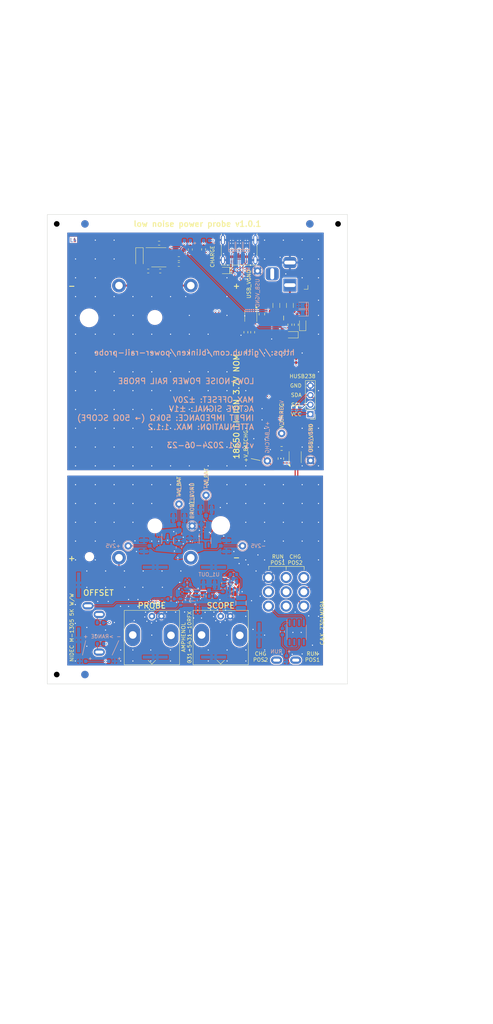
<source format=kicad_pcb>
(kicad_pcb (version 20240108) (generator "pcbnew") (generator_version "8.0")
  (layers (0 "F.Cu" signal) (1 "In1.Cu" signal) (2 "In2.Cu" signal) (31 "B.Cu" signal) (34 "B.Paste" user) (35 "F.Paste" user) (36 "B.SilkS" user "B.Silkscreen") (37 "F.SilkS" user "F.Silkscreen") (38 "B.Mask" user) (39 "F.Mask" user) (44 "Edge.Cuts" user))
  (net 0 "")
  (net 1 "Board_0-+2V5")
  (net 2 "Board_0--2V5")
  (net 3 "Board_0-/+V_BAT")
  (net 4 "Board_0-/+V_BATCHG")
  (net 5 "Board_0-/-V_BAT")
  (net 6 "Board_0-/CHARGE_STAT")
  (net 7 "Board_0-/PROBE_VGND")
  (net 8 "Board_0-/SCL")
  (net 9 "Board_0-/SDA")
  (net 10 "Board_0-/USB_CC1")
  (net 11 "Board_0-/USB_CC2")
  (net 12 "Board_0-/USB_D+")
  (net 13 "Board_0-/USB_D-")
  (net 14 "Board_0-/USB_VBUS")
  (net 15 "Board_0-/USB_VGND")
  (net 16 "Board_0-/V_UNREG")
  (net 17 "Board_0-Net-(BT1A-+)")
  (net 18 "Board_0-Net-(BT1A--)")
  (net 19 "Board_0-Net-(BT1B--)")
  (net 20 "Board_0-Net-(C1-Pad2)")
  (net 21 "Board_0-Net-(C2-Pad2)")
  (net 22 "Board_0-Net-(C26-Pad2)")
  (net 23 "Board_0-Net-(D1-A)")
  (net 24 "Board_0-Net-(D1-K)")
  (net 25 "Board_0-Net-(D13-K)")
  (net 26 "Board_0-Net-(D14-K)")
  (net 27 "Board_0-Net-(D15-A)")
  (net 28 "Board_0-Net-(D2-K)")
  (net 29 "Board_0-Net-(D3-A)")
  (net 30 "Board_0-Net-(D5-K)")
  (net 31 "Board_0-Net-(D6-A)")
  (net 32 "Board_0-Net-(D8-A)")
  (net 33 "Board_0-Net-(F1-Pad1)")
  (net 34 "Board_0-Net-(J1-In)")
  (net 35 "Board_0-Net-(J2-In)")
  (net 36 "Board_0-Net-(J5-Pin_1)")
  (net 37 "Board_0-Net-(L1-Pad2)")
  (net 38 "Board_0-Net-(Q1-G)")
  (net 39 "Board_0-Net-(R16-Pad2)")
  (net 40 "Board_0-Net-(R17-Pad1)")
  (net 41 "Board_0-Net-(R20-Pad2)")
  (net 42 "Board_0-Net-(TP14-SIGNAL)")
  (net 43 "Board_0-Net-(U1--)")
  (net 44 "Board_0-Net-(U2--)")
  (net 45 "Board_0-Net-(U4-PROG)")
  (net 46 "Board_0-Net-(U6-GATE)")
  (net 47 "Board_0-Net-(U6-ISET)")
  (net 48 "Board_0-Net-(U6-VSET)")
  (net 49 "Board_0-Net-(U8--)")
  (net 50 "Board_0-Net-(U8-BAL)")
  (net 51 "Board_0-Net-(U8-STRB)")
  (net 52 "Board_0-unconnected-(J3-Pad3)")
  (net 53 "Board_0-unconnected-(J4-RX1+-PadB11)")
  (net 54 "Board_0-unconnected-(J4-RX1--PadB10)")
  (net 55 "Board_0-unconnected-(J4-RX2+-PadA11)")
  (net 56 "Board_0-unconnected-(J4-RX2--PadA10)")
  (net 57 "Board_0-unconnected-(J4-SBU1-PadA8)")
  (net 58 "Board_0-unconnected-(J4-SBU2-PadB8)")
  (net 59 "Board_0-unconnected-(J4-TX1+-PadA2)")
  (net 60 "Board_0-unconnected-(J4-TX1--PadA3)")
  (net 61 "Board_0-unconnected-(J4-TX2+-PadB2)")
  (net 62 "Board_0-unconnected-(J4-TX2--PadB3)")
  (net 63 "Board_0-unconnected-(SW1C-A-Pad7)")
  (net 64 "Board_0-unconnected-(U4-NC-Pad5)")
  (net 65 "Board_0-unconnected-(U4-NC-Pad6)")
  (net 66 "Board_0-unconnected-(U4-PAD-Pad11)")
  (net 67 "Board_0-unconnected-(U5-NC-Pad4)")
  (net 68 "Board_0-unconnected-(U7-Pad2)")
  (net 69 "Board_0-unconnected-(U7-Pad3)")
  (net 70 "Board_0-unconnected-(U7-Pad5)")
  (net 71 "Board_0-unconnected-(U7-Pad7)")
  (net 72 "Board_0-unconnected-(U7-Pad8)")
  (footprint "Fiducial" (layer "F.Cu") (at 180.1 142.3)
    (property "Reference" "KiKit_FID_T_3" (hide yes))
    (property "Value" "Fiducial" (hide yes))
  )
  (footprint "misc:D_SOD-323_silkpolarity" (layer "F.Cu") (at 217.65 34.875 180)
    (property "Reference" "D14" (hide yes))
    (property "Value" "SD24-MS" (hide yes))
  )
  (footprint "Diode_SMD:D_SOD-323" (layer "F.Cu") (at 235.2 51.975 180)
    (property "Reference" "D8" (hide yes))
    (property "Value" "1N5819WS")
  )
  (footprint "misc:Switch_3PDT_C&K_7301MD9ABE" (layer "F.Cu") (at 234.77 127.9)
    (property "Reference" "SW1" (hide yes))
    (property "Value" "SW_3PDT_x3")
  )
  (footprint "Resistor_SMD:R_0603_1608Metric" (layer "F.Cu") (at 200.125 35.025 180)
    (property "Reference" "R22" (hide yes))
    (property "Value" "50k")
  )
  (footprint "Diode_SMD:D_MiniMELF" (layer "F.Cu") (at 194.6 31.375 -90)
    (property "Reference" "D2" (hide yes))
    (property "Value" "3V3")
  )
  (footprint "rf-connectors:U.FL-Hirose" (layer "F.Cu") (at 226.5 81.555 -90)
    (property "Reference" "TP17" (hide yes))
    (property "Value" "+V_BATCHG")
  )
  (footprint "Resistor_SMD:R_0603_1608Metric" (layer "F.Cu") (at 205.075 31.725)
    (property "Reference" "R19" (hide yes))
    (property "Value" "DNP")
  )
  (footprint "Capacitor_SMD:C_0402_1005Metric" (layer "F.Cu") (at 219 118.275 65)
    (property "Reference" "C24" (hide yes))
    (property "Value" "100n")
  )
  (footprint "misc:Battery-holder-18650-MYOUNG-BH-18650-A1BJ021" (layer "F.Cu") (at 198.7 75.075 90)
    (property "Reference" "BT1" (hide yes))
    (property "Value" "Dual_Battery_Cell")
  )
  (footprint "Diode_SMD:D_SOD-323" (layer "F.Cu") (at 238 49.275 90)
    (property "Reference" "D7" (hide yes))
    (property "Value" "1N5819WS")
  )
  (footprint "Fiducial" (layer "F.Cu") (at 239.9 22.5)
    (property "Reference" "KiKit_FID_T_2" (hide yes))
    (property "Value" "Fiducial" (hide yes))
  )
  (footprint "Resistor_SMD:R_0603_1608Metric" (layer "F.Cu") (at 196.925 35.025 180)
    (property "Reference" "R24" (hide yes))
    (property "Value" "50k")
  )
  (footprint "NPTH" (layer "F.Cu") (at 172.6 22.5)
    (property "Reference" "KiKit_TO_1" (hide yes))
    (property "Value" "NPTH" (hide yes))
  )
  (footprint "Package_DFN_QFN:DFN-10-1EP_3x3mm_P0.5mm_EP1.55x2.48mm" (layer "F.Cu") (at 236 84.5 90)
    (property "Reference" "U4" (hide yes))
    (property "Value" "MCP73213T-A6SI/MF")
  )
  (footprint "Capacitor_SMD:C_0402_1005Metric" (layer "F.Cu") (at 208.6 120.775 155)
    (property "Reference" "C21" (hide yes))
    (property "Value" "100n")
  )
  (footprint "Resistor_SMD:R_0603_1608Metric" (layer "F.Cu") (at 211.65 29.275 -90)
    (property "Reference" "R8" (hide yes))
    (property "Value" "1k")
  )
  (footprint "Capacitor_SMD:C_0805_2012Metric" (layer "F.Cu") (at 227.15 46.5 -90)
    (property "Reference" "C14" (hide yes))
    (property "Value" "4.7u")
  )
  (footprint "Fuse:Fuse_1206_3216Metric" (layer "F.Cu") (at 231 44.175 -90)
    (property "Reference" "F2" (hide yes))
    (property "Value" "30V 500mA 150ms")
  )
  (footprint "NPTH" (layer "F.Cu") (at 247.4 22.5)
    (property "Reference" "KiKit_TO_2" (hide yes))
    (property "Value" "NPTH" (hide yes))
  )
  (footprint "Package_SO:SOIC-8_3.9x4.9mm_P1.27mm" (layer "F.Cu") (at 199.75 31.375)
    (property "Reference" "U8" (hide yes))
    (property "Value" "LM311DR")
  )
  (footprint "Connector_PinHeader_2.54mm:PinHeader_1x04_P2.54mm_Vertical" (layer "F.Cu") (at 240.05 73.1 180)
    (property "Reference" "J5" (hide yes))
    (property "Value" "CONN_041X04_NO_SILK" (hide yes))
  )
  (footprint "Fuse:Fuse_1206_3216Metric" (layer "F.Cu") (at 234.6 44.175 -90)
    (property "Reference" "F1" (hide yes))
    (property "Value" "30V 500mA 150ms")
  )
  (footprint "Capacitor_SMD:C_0805_2012Metric" (layer "F.Cu") (at 219.3 120.825)
    (property "Reference" "C30" (hide yes))
    (property "Value" "4.7u")
  )
  (footprint "rf-connectors:U.FL-Hirose" (layer "F.Cu") (at 229.2 74.3)
    (property "Reference" "TP16" (hide yes))
    (property "Value" "V_UNREG")
  )
  (footprint "rf-connectors:BNC_Amphenol_031-5431-10RFX_Horizontal" (layer "F.Cu") (at 197.9 125.25 180)
    (property "Reference" "J1" (hide yes))
    (property "Value" "Amphenol 031-5431-10RFX")
  )
  (footprint "Resistor_SMD:R_0603_1608Metric" (layer "F.Cu") (at 205.075 33.275)
    (property "Reference" "R18" (hide yes))
    (property "Value" "DNP")
  )
  (footprint "Connector_BarrelJack:BarrelJack_Horizontal" (layer "F.Cu") (at 234.6 38.775 -90)
    (property "Reference" "J3" (hide yes))
    (property "Value" "Barrel_Jack")
  )
  (footprint "Resistor_SMD:R_0603_1608Metric" (layer "F.Cu") (at 199.825 27.625 180)
    (property "Reference" "R23" (hide yes))
    (property "Value" "50k")
  )
  (footprint "NPTH" (layer "F.Cu") (at 172.6 142.3)
    (property "Reference" "KiKit_TO_3" (hide yes))
    (property "Value" "NPTH" (hide yes))
  )
  (footprint "Package_DFN_QFN:DFN-10-1EP_3x3mm_P0.5mm_EP1.65x2.38mm" (layer "F.Cu") (at 224.2 46.95 -90)
    (property "Reference" "U6" (hide yes))
    (property "Value" "HUSB238")
  )
  (footprint "Connector_USB:USB_C_Receptacle_Molex_105450-0101" (layer "F.Cu") (at 221.109483 29.32 180)
    (property "Reference" "J4" (hide yes))
    (property "Value" "USB_C_Receptacle" (hide yes))
  )
  (footprint "Capacitor_SMD:C_0402_1005Metric" (layer "F.Cu") (at 220.075 118.775 65)
    (property "Reference" "C4" (hide yes))
    (property "Value" "DNP")
  )
  (footprint "Resistor_SMD:R_0603_1608Metric" (layer "F.Cu") (at 236.3 49.3 -90)
    (property "Reference" "R10" (hide yes))
    (property "Value" "50k")
  )
  (footprint "Resistor_SMD:R_0603_1608Metric" (layer "F.Cu") (at 222.9 51.3 -90)
    (property "Reference" "R14" (hide yes))
    (property "Value" "6.04k")
  )
  (footprint "Capacitor_SMD:C_0805_2012Metric" (layer "F.Cu") (at 211.6 121.475 90)
    (property "Reference" "C28" (hide yes))
    (property "Value" "4.7u")
  )
  (footprint "rf-connectors:BNC_Amphenol_031-5431-10RFX_Horizontal" (layer "F.Cu") (at 216.2 125.25 180)
    (property "Reference" "J2" (hide yes))
    (property "Value" "Amphenol 031-5431-10RFX")
  )
  (footprint "Capacitor_SMD:C_0805_2012Metric" (layer "F.Cu") (at 217.2 118.025 -90)
    (property "Reference" "C29" (hide yes))
    (property "Value" "4.7u")
  )
  (footprint "Resistor_SMD:R_0603_1608Metric" (layer "F.Cu") (at 208.125 29.3 90)
    (property "Reference" "R21" (hide yes))
    (property "Value" "1k")
  )
  (footprint "misc:Potentiometer_Nidec_M-1303" (layer "F.Cu") (at 183.9 136.325)
    (property "Reference" "RV1" (hide yes))
    (property "Value" "5k")
  )
  (footprint "Resistor_SMD:R_0603_1608Metric" (layer "F.Cu") (at 232.4 82.2 180)
    (property "Reference" "R9" (hide yes))
    (property "Value" "5k")
  )
  (footprint "Package_TO_SOT_SMD:SOT-89-3" (layer "F.Cu") (at 230.8 49.15 -90)
    (property "Reference" "Q1" (hide yes))
    (property "Value" "WSE3099")
  )
  (footprint "Fiducial" (layer "F.Cu") (at 180.1 22.5)
    (property "Reference" "KiKit_FID_T_1" (hide yes))
    (property "Value" "Fiducial" (hide yes))
  )
  (footprint "Capacitor_SMD:C_0805_2012Metric" (layer "F.Cu") (at 232.2 84.9 90)
    (property "Reference" "C9" (hide yes))
    (property "Value" "4.7u")
  )
  (footprint "Resistor_SMD:R_0603_1608Metric" (layer "F.Cu") (at 234.6 49.3 90)
    (property "Reference" "R12" (hide yes))
    (property "Value" "6.04k")
  )
  (footprint "Resistor_SMD:R_0603_1608Metric" (layer "F.Cu") (at 224.7 51.3 -90)
    (property "Reference" "R13" (hide yes))
    (property "Value" "0R")
  )
  (footprint "Capacitor_SMD:C_0805_2012Metric" (layer "F.Cu") (at 208.4 122.375 -25)
    (property "Reference" "C27" (hide yes))
    (property "Value" "4.7u")
  )
  (footprint "misc:D_SOD-323_silkpolarity" (layer "B.Cu") (at 219.15 28.325 90)
    (property "Reference" "D10" (hide yes))
    (property "Value" "SD24-MS" (hide yes))
  )
  (footprint "misc:ICSRC6508-015SFR" (layer "B.Cu") (at 198.8 113.775)
    (property "Reference" "J8" (hide yes))
    (property "Value" "RF Shield Clip" (hide yes))
  )
  (footprint "Capacitor_SMD:C_0402_1005Metric" (layer "B.Cu") (at 199.7 107.975 -90)
    (property "Reference" "C8" (hide yes))
    (property "Value" "100n")
  )
  (footprint "Capacitor_SMD:C_0402_1005Metric" (layer "B.Cu") (at 210.1 124.725)
    (property "Reference" "C1" (hide yes))
    (property "Value" "100n / SRF 28MHz")
  )
  (footprint "misc:D_SOD-323_silkpolarity" (layer "B.Cu") (at 223.05 28.325 90)
    (property "Reference" "D11" (hide yes))
    (property "Value" "SD24-MS" (hide yes))
  )
  (footprint "rf-connectors:U.FL-Hirose" (layer "B.Cu") (at 213.1 118.38 -90)
    (property "Reference" "TP14" (hide yes))
    (property "Value" "U1_OUT")
  )
  (footprint "misc:LED_0603_1608Metric_polaritysilk" (layer "B.Cu") (at 233.7 138.15 90)
    (property "Reference" "D6" (hide yes))
    (property "Value" "Red 1.8V" (hide yes))
  )
  (footprint "Capacitor_SMD:C_0402_1005Metric" (layer "B.Cu") (at 207.3 117.075)
    (property "Reference" "C20" (hide yes))
    (property "Value" "DNP")
  )
  (footprint "misc:ICSRC6508-015SFR" (layer "B.Cu") (at 214.3 137.675 180)
    (property "Reference" "J11" (hide yes))
    (property "Value" "RF Shield Clip" (hide yes))
  )
  (footprint "Capacitor_SMD:C_0402_1005Metric" (layer "B.Cu") (at 209.75 107.2 90)
    (property "Reference" "C13" (hide yes))
    (property "Value" "100n")
  )
  (footprint "Capacitor_SMD:C_0402_1005Metric" (layer "B.Cu") (at 217.2 116.375 90)
    (property "Reference" "C26" (hide yes))
    (property "Value" "DNP")
  )
  (footprint "Resistor_SMD:R_0603_1608Metric" (layer "B.Cu") (at 184.25 134.125 180)
    (property "Reference" "R16" (hide yes))
    (property "Value" "620")
  )
  (footprint "rf-connectors:U.FL-Hirose" (layer "B.Cu") (at 217.7 108.1 180)
    (property "Reference" "TP10" (hide yes))
    (property "Value" "-2V5")
  )
  (footprint "Package_TO_SOT_SMD:TSOT-23-5" (layer "B.Cu") (at 212.05 106.7 -90)
    (property "Reference" "U5" (hide yes))
    (property "Value" "ADP7182AUJZ-2.5" (hide yes))
  )
  (footprint "Resistor_SMD:R_0603_1608Metric" (layer "B.Cu") (at 235.65 72.1 -90)
    (property "Reference" "R15" (hide yes))
    (property "Value" "6.04k")
  )
  (footprint "misc:D_SOD-323_silkpolarity" (layer "B.Cu") (at 221.1 28.325 90)
    (property "Reference" "D12" (hide yes))
    (property "Value" "SD24-MS" (hide yes))
  )
  (footprint "Resistor_SMD:R_0603_1608Metric" (layer "B.Cu") (at 207.3 118.45 180)
    (property "Reference" "R3" (hide yes))
    (property "Value" "50k .1%")
  )
  (footprint "misc:LED_0603_1608Metric_polaritysilk" (layer "B.Cu") (at 187.25 138.75)
    (property "Reference" "D4" (hide yes))
    (property "Value" "Red 1.8V" (hide yes))
  )
  (footprint "misc:D_SOD-323_silkpolarity" (layer "B.Cu") (at 238 44.175 180)
    (property "Reference" "D13" (hide yes))
    (property "Value" "SD24-MS" (hide yes))
  )
  (footprint "Resistor_SMD:R_0603_1608Metric" (layer "B.Cu") (at 203 122.2 180)
    (property "Reference" "R5" (hide yes))
    (property "Value" "5k .1%")
  )
  (footprint "Capacitor_SMD:C_0402_1005Metric" (layer "B.Cu") (at 218.95 121.475 180)
    (property "Reference" "C25" (hide yes))
    (property "Value" "100n")
  )
  (footprint "Capacitor_SMD:C_0402_1005Metric" (layer "B.Cu") (at 211.25 121.675 -90)
    (property "Reference" "C22" (hide yes))
    (property "Value" "100n")
  )
  (footprint "Capacitor_SMD:C_0805_2012Metric" (layer "B.Cu") (at 205.1 104.85 -90)
    (property "Reference" "C5" (hide yes))
    (property "Value" "4.7u")
  )
  (footprint "misc:D_SOD-323_silkpolarity" (layer "B.Cu") (at 238 46.175 180)
    (property "Reference" "D15" (hide yes))
    (property "Value" "SD24-MS" (hide yes))
  )
  (footprint "misc:ICSRC6508-015SFR" (layer "B.Cu") (at 198.8 137.675 180)
    (property "Reference" "J10" (hide yes))
    (property "Value" "RF Shield Clip" (hide yes))
  )
  (footprint "TestPoint:TestPoint_Keystone_5000-5004_Miniature" (layer "B.Cu") (at 222 108.1 180)
    (property "Reference" "TP9" (hide yes))
    (property "Value" "-2V5")
  )
  (footprint "misc:LED_0603_1608Metric_polaritysilk" (layer "B.Cu") (at 212.45 26.925)
    (property "Reference" "D5" (hide yes))
    (property "Value" "Red 1.8V" (hide yes))
  )
  (footprint "Resistor_SMD:R_0603_1608Metric" (layer "B.Cu") (at 214.15 123.8)
    (property "Reference" "R1" (hide yes))
    (property "Value" "10R 1% 200ppm/°C")
  )
  (footprint "misc:D_SOD-323_silkpolarity" (layer "B.Cu") (at 223.05 35.725 -90)
    (property "Reference" "D9" (hide yes))
    (property "Value" "SD24-MS" (hide yes))
  )
  (footprint "Fiducial" (layer "B.Cu") (at 239.9 22.5)
    (property "Reference" "KiKit_FID_B_2" (hide yes))
    (property "Value" "Fiducial" (hide yes))
  )
  (footprint "Resistor_SMD:R_0603_1608Metric" (layer "B.Cu") (at 205.5 123 90)
    (property "Reference" "R2" (hide yes))
    (property "Value" "50k .1%")
  )
  (footprint "TestPoint:TestPoint_Keystone_5000-5004_Miniature" (layer "B.Cu") (at 228.6 85.5 180)
    (property "Reference" "TP2" (hide yes))
    (property "Value" "+V_BATCHG")
  )
  (footprint "TestPoint:TestPoint_Keystone_5000-5004_Miniature" (layer "B.Cu") (at 232.4 78.2 180)
    (property "Reference" "TP1" (hide yes))
    (property "Value" "V_UNREG")
  )
  (footprint "Capacitor_SMD:C_0402_1005Metric" (layer "B.Cu") (at 199.7 105.775 90)
    (property "Reference" "C6" (hide yes))
    (property "Value" "100n")
  )
  (footprint "Resistor_SMD:R_0603_1608Metric" (layer "B.Cu") (at 219.6 115.7 180)
    (property "Reference" "R4" (hide yes))
    (property "Value" "1k .1%")
  )
  (footprint "rf-connectors:U.FL-Hirose" (layer "B.Cu") (at 205.1 100.73 -90)
    (property "Reference" "TP18" (hide yes))
    (property "Value" "+V_BAT")
  )
  (footprint "Capacitor_SMD:C_0402_1005Metric" (layer "B.Cu") (at 211.6 103.975 180)
    (property "Reference" "C11" (hide yes))
    (property "Value" "100n")
  )
  (footprint "Resistor_SMD:R_0603_1608Metric" (layer "B.Cu") (at 184.2 128.525)
    (property "Reference" "R17" (hide yes))
    (property "Value" "620")
  )
  (footprint "Capacitor_SMD:C_0805_2012Metric" (layer "B.Cu") (at 212 102.375)
    (property "Reference" "C10" (hide yes))
    (property "Value" "4.7u")
  )
  (footprint "Capacitor_SMD:C_0805_2012Metric" (layer "B.Cu") (at 207.95 107 -90)
    (property "Reference" "C12" (hide yes))
    (property "Value" "4.7u")
  )
  (footprint "Resistor_SMD:R_0603_1608Metric" (layer "B.Cu") (at 232.6 130.9 90)
    (property "Reference" "R20" (hide yes))
    (property "Value" "33R")
  )
  (footprint "misc:LED_0603_1608Metric_polaritysilk" (layer "B.Cu") (at 179.5 138.775)
    (property "Reference" "D3" (hide yes))
    (property "Value" "Red 1.8V" (hide yes))
  )
  (footprint "Package_TO_SOT_SMD:SOT-23-5" (layer "B.Cu") (at 219.59375 118.80625 90)
    (property "Reference" "U2" (hide yes))
    (property "Value" "OPA322")
  )
  (footprint "Resistor_SMD:R_0603_1608Metric" (layer "B.Cu") (at 213.95 121.475 180)
    (property "Reference" "R26" (hide yes))
    (property "Value" "0R")
  )
  (footprint "rf-connectors:U.FL-Hirose" (layer "B.Cu") (at 195.8 108.1)
    (property "Reference" "TP5" (hide yes))
    (property "Value" "+2V5")
  )
  (footprint "Resistor_SMD:R_0603_1608Metric" (layer "B.Cu") (at 237.225 72.1 -90)
    (property "Reference" "R25" (hide yes))
    (property "Value" "6.04k")
  )
  (footprint "Capacitor_SMD:C_0402_1005Metric" (layer "B.Cu") (at 200.6 122.8 90)
    (property "Reference" "C2" (hide yes))
    (property "Value" "100n")
  )
  (footprint "misc:ICSRC6508-015SFR" (layer "B.Cu") (at 214.3 113.775 180)
    (property "Reference" "J9" (hide yes))
    (property "Value" "RF Shield Clip" (hide yes))
  )
  (footprint "Fiducial" (layer "B.Cu") (at 180.1 22.5)
    (property "Reference" "KiKit_FID_B_1" (hide yes))
    (property "Value" "Fiducial" (hide yes))
  )
  (footprint "TestPoint:TestPoint_Keystone_5000-5004_Miniature" (layer "B.Cu") (at 208.6 102.8 180)
    (property "Reference" "TP7" (hide yes))
    (property "Value" "PROBE_VGND")
  )
  (footprint "TestPoint:TestPoint_Keystone_5000-5004_Miniature" (layer "B.Cu") (at 226 35 180)
    (property "Reference" "TP21" (hide yes))
    (property "Value" "USB_VGND")
  )
  (footprint "misc:ICSRC6508-015SFR" (layer "B.Cu") (at 226.4 131.775 -90)
    (property "Reference" "J12" (hide yes))
    (property "Value" "RF Shield Clip" (hide yes))
  )
  (footprint "Capacitor_SMD:C_0402_1005Metric" (layer "B.Cu") (at 210.1 125.775)
    (property "Reference" "C18" (hide yes))
    (property "Value" "DNP")
  )
  (footprint "Fiducial" (layer "B.Cu") (at 180.1 142.3)
    (property "Reference" "KiKit_FID_B_3" (hide yes))
    (property "Value" "Fiducial" (hide yes))
  )
  (footprint "misc:ICSRC6508-015SFR" (layer "B.Cu") (at 178.4 133.075 -90)
    (property "Reference" "J7" (hide yes))
    (property "Value" "RF Shield Clip" (hide yes))
  )
  (footprint "TestPoint:TestPoint_Keystone_5000-5004_Miniature" (layer "B.Cu") (at 212.3 94.6325 180)
    (property "Reference" "TP8" (hide yes))
    (property "Value" "-V_BAT")
  )
  (footprint "rf-connectors:U.FL-Hirose" (layer "B.Cu") (at 212.3 98.4875 -90)
    (property "Reference" "TP19" (hide yes))
    (property "Value" "-V_BAT")
  )
  (footprint "Package_TO_SOT_SMD:TSOT-23-5" (layer "B.Cu") (at 202.1 106.7 -90)
    (property "Reference" "U3" (hide yes))
    (property "Value" "ADP7142AUJZ-2.5" (hide yes))
  )
  (footprint "misc:LED_0603_1608Metric_polaritysilk" (layer "B.Cu") (at 207.325 26.925)
    (property "Reference" "D1" (hide yes))
    (property "Value" "Red 1.8V" (hide yes))
  )
  (footprint "Resistor_SMD:R_0603_1608Metric" (layer "B.Cu") (at 216.8 119.45 -90)
    (property "Reference" "R6" (hide yes))
    (property "Value" "1k .1%")
  )
  (footprint "Capacitor_SMD:C_0805_2012Metric" (layer "B.Cu") (at 205.1 108.5 90)
    (property "Reference" "C7" (hide yes))
    (property "Value" "4.7u")
  )
  (footprint "Capacitor_SMD:C_0402_1005Metric" (layer "B.Cu") (at 205.95 120.325 90)
    (property "Reference" "C3" (hide yes))
    (property "Value" "DNP")
  )
  (footprint "Package_TO_SOT_SMD:SOT-23-5" (layer "B.Cu") (at 208.6 121.2 180)
    (property "Reference" "U1" (hide yes))
    (property "Value" "OPA322")
  )
  (footprint "TestPoint:TestPoint_Keystone_5000-5004_Miniature" (layer "B.Cu") (at 205.1 96.975 180)
    (property "Reference" "TP3" (hide yes))
    (property "Value" "+V_BAT")
  )
  (footprint "misc:ICSRC6508-015SFR" (layer "B.Cu") (at 178.4 118.475 -90)
    (property "Reference" "J6" (hide yes))
    (property "Value" "RF Shield Clip" (hide yes))
  )
  (footprint "Resistor_SMD:R_0603_1608Metric" (layer "B.Cu") (at 217.9 123.8 180)
    (property "Reference" "R7" (hide yes))
    (property "Value" "10R 1% 200ppm/°C")
  )
  (footprint "Capacitor_SMD:C_0201_0603Metric" (layer "B.Cu") (at 210.15 123.825)
    (property "Reference" "C19" (hide yes))
    (property "Value" "27pF")
  )
  (footprint "TestPoint:TestPoint_Keystone_5000-5004_Miniature" (layer "B.Cu") (at 191.6 108.1 180)
    (property "Reference" "TP4" (hide yes))
    (property "Value" "+2V5")
  )
  (footprint "Package_SO:SO-8_3.9x4.9mm_P1.27mm" (layer "B.Cu") (at 236.4 131.1 -90)
    (property "Reference" "U7" (hide yes))
    (property "Value" "LM334DT")
  )
  (footprint "Inductor_SMD:L_1210_3225Metric" (layer "B.Cu") (at 221.6 123.3 -90)
    (property "Reference" "L1" (hide yes))
    (property "Value" "10uH 5%")
  )
  (footprint "TestPoint:TestPoint_Keystone_5000-5004_Miniature" (layer "B.Cu") (at 240.1 85.4 180)
    (property "Reference" "TP12" (hide yes))
    (property "Value" "USB_VGND")
  )
  (gr_line (start 189.1 133.275) (end 187.33 137.145) (stroke (width 0.15)) (layer "B.SilkS"))
  (gr_line (start 180.3 133.275) (end 179.44 137.145) (stroke (width 0.15)) (layer "B.SilkS"))
  (gr_line (start 238.4 113.575) (end 238.4 114.375) (stroke (width 0.15)) (layer "F.SilkS"))
  (gr_line (start 224.3 84.9) (end 226.7 85.4) (stroke (width 0.15)) (layer "F.SilkS"))
  (gr_line (start 229 113.575) (end 229 114.375) (stroke (width 0.15)) (layer "F.SilkS"))
  (gr_line (start 229 113.575) (end 238.4 113.575) (stroke (width 0.15)) (layer "F.SilkS"))
  (gr_line (start 233.6 113.575) (end 233.6 114.375) (stroke (width 0.15)) (layer "F.SilkS"))
  (gr_line (start 249.887727 20) (end 170.112272 20) (stroke (width 0.1)) (layer "Edge.Cuts"))
  (gr_line (start 170.10027 20.001245) (end 170.1 20.012247) (stroke (width 0.1)) (layer "Edge.Cuts"))
  (gr_line (start 170.112272 144.8) (end 249.887727 144.8) (stroke (width 0.1)) (layer "Edge.Cuts"))
  (gr_line (start 249.9 144.787727) (end 249.9 20.012272) (stroke (width 0.1)) (layer "Edge.Cuts"))
  (gr_line (start 249.899999 20.012247) (end 249.899729 20.001245) (stroke (width 0.1)) (layer "Edge.Cuts"))
  (gr_line (start 170.1 144.787752) (end 170.10027 144.798754) (stroke (width 0.1)) (layer "Edge.Cuts"))
  (gr_line (start 249.887752 144.799999) (end 249.898754 144.799729) (stroke (width 0.1)) (layer "Edge.Cuts"))
  (gr_line (start 249.899729 144.798754) (end 249.899999 144.787752) (stroke (width 0.1)) (layer "Edge.Cuts"))
  (gr_line (start 170.112247 20) (end 170.101245 20.00027) (stroke (width 0.1)) (layer "Edge.Cuts"))
  (gr_line (start 170.101245 144.799729) (end 170.112247 144.799999) (stroke (width 0.1)) (layer "Edge.Cuts"))
  (gr_line (start 249.898754 20.00027) (end 249.887752 20) (stroke (width 0.1)) (layer "Edge.Cuts"))
  (gr_line (start 170.1 20.012272) (end 170.1 144.787727) (stroke (width 0.1)) (layer "Edge.Cuts"))
  (gr_text "L1" (at 177 26.8 0) (layer "F.Cu") (effects (font (size 1 1))))
  (gr_text "L4" (at 177 26.8 0) (layer "B.Cu") (effects (font (size 1 1))))
  (gr_text "MAX OFFSET: ±20V\nACTIVE SIGNAL: ±1V\nINPUT IMPEDANCE: 50kΩ (→ 50Ω SCOPE)\nATTENUATION: MAX. 1:1.2\n\nv1.0.1 2024-06-23" (at 225.2 75.3 0) (layer "B.SilkS") (effects (font (size 1.5 1.5) (thickness 0.25)) (justify left mirror)))
  (gr_text "https://github.com/blinken/power-rail-probe" (at 209.2 56.7 0) (layer "B.SilkS") (effects (font (size 1.5 1.5) (thickness 0.25)) (justify mirror)))
  (gr_text "LOW-NOISE POWER RAIL PROBE" (at 207 64.3 0) (layer "B.SilkS") (effects (font (size 1.5 1.5) (thickness 0.25)) (justify mirror)))
  (gr_text "- >RANGE +" (at 184.7 132.175 0) (layer "B.SilkS") (effects (font (size 1 1)) (justify mirror)))
  (gr_text "RUN" (at 231 136.175 0) (layer "B.SilkS") (effects (font (size 1 1)) (justify mirror)))
  (gr_text "CHG\nPOS2" (at 236 111.775 0) (layer "F.SilkS") (effects (font (size 1 1))))
  (gr_text "CHG\nPOS2" (at 226.8 137.575 0) (layer "F.SilkS") (effects (font (size 1 1))))
  (gr_text "RUN\nPOS1" (at 231.4 111.775 0) (layer "F.SilkS") (effects (font (size 1 1))))
  (gr_text "-" (at 176.6 38.975 0) (layer "F.SilkS") (effects (font (size 1.5 1.5) (thickness 0.25))))
  (gr_text "SCOPE" (at 216.2 123.975 0) (layer "F.SilkS") (effects (font (size 1.5 1.5) (thickness 0.25))))
  (gr_text "18650 LI-ION 3.7V NOM." (at 220.4 70.675 90) (layer "F.SilkS") (effects (font (size 1.5 1.5) (thickness 0.25))))
  (gr_text "VCC" (at 237.8 73.1 0) (layer "F.SilkS") (effects (font (size 1 1)) (justify right)))
  (gr_text "RUN\nPOS1" (at 240.6 137.575 0) (layer "F.SilkS") (effects (font (size 1 1))))
  (gr_text "PROBE" (at 197.9 123.975 0) (layer "F.SilkS") (effects (font (size 1.5 1.5) (thickness 0.25))))
  (gr_text "OFFSET" (at 183.7 120.575 0) (layer "F.SilkS") (effects (font (size 1.5 1.5) (thickness 0.25))))
  (gr_text "low noise power probe v1.0.1" (at 210 22.5 0) (layer "F.SilkS") (effects (font (size 1.5 1.5) (thickness 0.3))))
  (gr_text "GND" (at 237.8 65.5 0) (layer "F.SilkS") (effects (font (size 1 1)) (justify right)))
  (gr_text "NIDEC M-1305 5K W/W" (at 176.6 129.8 90) (layer "F.SilkS") (effects (font (size 1 1))))
  (gr_text "+" (at 176.6 111.375 0) (layer "F.SilkS") (effects (font (size 1.5 1.5) (thickness 0.25))))
  (gr_text "AMPHENOL\n031-5431-10RFX" (at 207.1 132.4 90) (layer "F.SilkS") (effects (font (size 1 1))))
  (gr_text "-" (at 220.4 111.175 0) (layer "F.SilkS") (effects (font (size 1.5 1.5) (thickness 0.25))))
  (gr_text "SCL" (at 237.8 70.6 0) (layer "F.SilkS") (effects (font (size 1 1)) (justify right)))
  (gr_text "USB_VGND" (at 240.2 79.4 90) (layer "F.SilkS") (effects (font (size 1 1))))
  (gr_text "+" (at 220.4 38.975 0) (layer "F.SilkS") (effects (font (size 1.5 1.5) (thickness 0.25))))
  (gr_text "CHARGE" (at 214 31.175 90) (layer "F.SilkS") (effects (font (size 1 1))))
  (gr_text "HUSB238" (at 241.5 63 0) (layer "F.SilkS") (effects (font (size 1 1)) (justify right)))
  (gr_text "SDA" (at 237.8 68 0) (layer "F.SilkS") (effects (font (size 1 1)) (justify right)))
  (gr_text "C&K 7301MD9A" (at 243.2 128.575 90) (layer "F.SilkS") (effects (font (size 1 1))))
  (segment (start 208.315058 120.444942) (end 208.497239 120.262761) (width 0.234) (layer "F.Cu") (net 1))
  (segment (start 219.777857 117.839972) (end 219.202857 117.839972) (width 0.234) (layer "F.Cu") (net 1))
  (segment (start 207.539008 121.973513) (end 208.162583 120.569614) (width 0.234) (layer "F.Cu") (net 1))
  (segment (start 218.15 117.025) (end 217.55 117.025) (width 0.234) (layer "F.Cu") (net 1))
  (segment (start 219.202857 117.839972) (end 218.964972 117.839972) (width 0.234) (layer "F.Cu") (net 1))
  (segment (start 218.964972 117.839972) (end 218.15 117.025) (width 0.234) (layer "F.Cu") (net 1))
  (segment (start 220.277857 118.339972) (end 219.777857 117.839972) (width 0.234) (layer "F.Cu") (net 1))
  (via (at 219.831443 117.893557) (size 0.55) (drill 0.3) (layers "F.Cu" "B.Cu") (net 1))
  (via (at 186.6 128.475) (size 0.8) (drill 0.4) (layers "F.Cu" "B.Cu") (net 1))
  (via (at 208.5 120.225) (size 0.55) (drill 0.3) (layers "F.Cu" "B.Cu") (net 1))
  (via (at 203.9 109.475) (size 0.55) (drill 0.3) (layers "F.Cu" "B.Cu") (net 1))
  (segment (start 199.325 109.25) (end 199.35 109.225) (width 0.234) (layer "B.Cu") (net 1))
  (segment (start 220.05625 117.66875) (end 219.831443 117.893557) (width 0.3) (layer "B.Cu") (net 1))
  (segment (start 207.4625 120.25) (end 208.484478 120.25) (width 0.234) (layer "B.Cu") (net 1))
  (segment (start 205.95 119.845) (end 206.355 120.25) (width 0.234) (layer "B.Cu") (net 1))
  (segment (start 198.575 109.25) (end 199.325 109.25) (width 0.234) (layer "B.Cu") (net 1))
  (segment (start 197.325 108) (end 198.575 109.25) (width 0.234) (layer "B.Cu") (net 1))
  (segment (start 191.6 108.1) (end 197.325 108.1) (width 0.234) (layer "B.Cu") (net 1))
  (segment (start 220.54375 117.66875) (end 220.05625 117.66875) (width 0.3) (layer "B.Cu") (net 1))
  (segment (start 199.35 109.025) (end 199.35 109.225) (width 0.234) (layer "B.Cu") (net 1))
  (segment (start 185.025 128.525) (end 186.55 128.525) (width 0.3) (layer "B.Cu") (net 1))
  (segment (start 206.355 120.25) (end 207.4625 120.25) (width 0.234) (layer "B.Cu") (net 1))
  (segment (start 186.55 128.525) (end 186.6 128.475) (width 0.3) (layer "B.Cu") (net 1))
  (segment (start 220.25 120.825) (end 220.25 119.587885) (width 0.234) (layer "F.Cu") (net 2))
  (segment (start 220.25 119.587885) (end 219.872143 119.210028) (width 0.234) (layer "F.Cu") (net 2))
  (via (at 210.72978 120.803969) (size 0.55) (drill 0.3) (layers "F.Cu" "B.Cu") (net 2))
  (via (at 185.7 134.125) (size 0.55) (drill 0.3) (layers "F.Cu" "B.Cu") (net 2))
  (via (at 219.59 118.878722) (size 0.55) (drill 0.3) (layers "F.Cu" "B.Cu") (net 2))
  (via (at 204.8 111.175) (size 0.55) (drill 0.3) (layers "F.Cu" "B.Cu") (net 2))
  (segment (start 210.72978 121.17478) (end 210.75 121.195) (width 0.234) (layer "B.Cu") (net 2))
  (segment (start 219.59375 118.882472) (end 219.59 118.878722) (width 0.234) (layer "B.Cu") (net 2))
  (segment (start 219.43 121.475) (end 219.59375 121.31125) (width 0.234) (layer "B.Cu") (net 2))
  (segment (start 211.25 121.195) (end 210.75 121.195) (width 0.234) (layer "B.Cu") (net 2))
  (segment (start 185.7 134.125) (end 185.075 134.125) (width 0.16) (layer "B.Cu") (net 2))
  (segment (start 215.2 109.075) (end 216.175 108.1) (width 0.234) (layer "B.Cu") (net 2))
  (segment (start 210.75 121.195) (end 209.7425 121.195) (width 0.234) (layer "B.Cu") (net 2))
  (segment (start 206.32 121.175) (end 209.7125 121.175) (width 0.234) (layer "B.Cu") (net 2))
  (segment (start 210.72978 120.803969) (end 210.72978 121.17478) (width 0.234) (layer "B.Cu") (net 2))
  (segment (start 222 108.1) (end 216.175 108.1) (width 0.234) (layer "B.Cu") (net 2))
  (segment (start 205.95 120.805) (end 206.32 121.175) (width 0.234) (layer "B.Cu") (net 2))
  (segment (start 211 109.075) (end 215.2 109.075) (width 0.234) (layer "B.Cu") (net 2))
  (segment (start 219.59375 121.31125) (end 219.59375 119.94375) (width 0.234) (layer "B.Cu") (net 2))
  (segment (start 219.59375 119.94375) (end 219.59375 118.882472) (width 0.234) (layer "B.Cu") (net 2))
  (via (at 203.7 104.3) (size 0.55) (drill 0.3) (layers "F.Cu" "B.Cu") (net 3))
  (segment (start 231.48 126.7) (end 228.9 124.12) (width 0.234) (layer "B.Cu") (net 3))
  (segment (start 238.305 127.205) (end 237.8 126.7) (width 0.234) (layer "B.Cu") (net 3))
  (segment (start 238.305 128.525) (end 238.305 127.205) (width 0.234) (layer "B.Cu") (net 3))
  (segment (start 205.1 96.975) (end 205.1 102.255) (width 0.234) (layer "B.Cu") (net 3))
  (segment (start 205.1 102.255) (end 205.1 103.9) (width 0.234) (layer "B.Cu") (net 3))
  (segment (start 237.8 126.7) (end 231.48 126.7) (width 0.234) (layer "B.Cu") (net 3))
  (segment (start 228.6 85.5) (end 226.5 83.4) (width 0.234) (layer "F.Cu") (net 4))
  (segment (start 228.6 85.5) (end 230.732685 87.632685) (width 0.234) (layer "F.Cu") (net 4))
  (segment (start 236 87.632685) (end 236 121.82) (width 0.3) (layer "F.Cu") (net 4))
  (segment (start 236 86.05) (end 236.5 86.05) (width 0.234) (layer "F.Cu") (net 4))
  (segment (start 236 121.82) (end 238.3 124.12) (width 0.3) (layer "F.Cu") (net 4))
  (segment (start 236 86.05) (end 236 87.632685) (width 0.3) (layer "F.Cu") (net 4))
  (segment (start 230.732685 87.632685) (end 236 87.632685) (width 0.234) (layer "F.Cu") (net 4))
  (via (at 213.2 104.5) (size 0.55) (drill 0.3) (layers "F.Cu" "B.Cu") (net 5))
  (segment (start 212.3 100.0125) (end 212.3 100.925) (width 0.234) (layer "B.Cu") (net 5))
  (segment (start 212.3 94.6325) (end 212.3 100.0125) (width 0.234) (layer "B.Cu") (net 5))
  (segment (start 212.95 101.575) (end 212.95 102.375) (width 0.234) (layer "B.Cu") (net 5))
  (segment (start 212.3 100.925) (end 212.95 101.575) (width 0.234) (layer "B.Cu") (net 5))
  (segment (start 236.5 77.4) (end 236.5 82.95) (width 0.234) (layer "F.Cu") (net 6))
  (segment (start 214.8 55.7) (end 236.5 77.4) (width 0.234) (layer "F.Cu") (net 6))
  (segment (start 214.8 55.7) (end 214.8 45.7) (width 0.234) (layer "F.Cu") (net 6))
  (segment (start 212.675 30.1) (end 211.65 30.1) (width 0.234) (layer "F.Cu") (net 6))
  (via (at 214.8 45.7) (size 0.55) (drill 0.3) (layers "F.Cu" "B.Cu") (net 6))
  (via (at 212.675 30.1) (size 0.55) (drill 0.3) (layers "F.Cu" "B.Cu") (net 6))
  (segment (start 209.9 123.025) (end 209.260992 122.776487) (width 0.234) (layer "F.Cu") (net 7))
  (via (at 196 127) (size 0.55) (drill 0.3) (layers "F.Cu" "B.Cu") (net 7))
  (via (at 226.1 110.5) (size 0.55) (drill 0.3) (layers "F.Cu" "B.Cu") (net 7))
  (via (at 237.865476 91.825) (size 0.55) (drill 0.3) (layers "F.Cu" "B.Cu") (net 7))
  (via (at 206.25 107.55) (size 0.55) (drill 0.3) (layers "F.Cu" "B.Cu") (net 7))
  (via (at 215.3 125.1) (size 0.55) (drill 0.3) (layers "F.Cu" "B.Cu") (net 7))
  (via (at 217 105.5) (size 0.55) (drill 0.3) (layers "F.Cu" "B.Cu") (net 7))
  (via (at 232.865476 91.825) (size 0.55) (drill 0.3) (layers "F.Cu" "B.Cu") (net 7))
  (via (at 235.4 131.1) (size 0.55) (drill 0.3) (layers "F.Cu" "B.Cu") (net 7))
  (via (at 214.3 126.9) (size 0.55) (drill 0.3) (layers "F.Cu" "B.Cu") (net 7))
  (via (at 216.1 128.45) (size 0.55) (drill 0.3) (layers "F.Cu" "B.Cu") (net 7))
  (via (at 207.85 135.775) (size 0.55) (drill 0.3) (layers "F.Cu" "B.Cu") (net 7))
  (via (at 232.865476 111.825) (size 0.55) (drill 0.3) (layers "F.Cu" "B.Cu") (net 7))
  (via (at 187.865476 96.825) (size 0.55) (drill 0.3) (layers "F.Cu" "B.Cu") (net 7))
  (via (at 189.562472 124.162472) (size 0.55) (drill 0.3) (layers "F.Cu" "B.Cu") (net 7))
  (via (at 210.81441 122.15) (size 0.55) (drill 0.3) (layers "F.Cu" "B.Cu") (net 7))
  (via (at 217.865476 131.825) (size 0.55) (drill 0.3) (layers "F.Cu" "B.Cu") (net 7))
  (via (at 204.2 125.7) (size 0.55) (drill 0.3) (layers "F.Cu" "B.Cu") (net 7))
  (via (at 197.25 124.95) (size 0.55) (drill 0.3) (layers "F.Cu" "B.Cu") (net 7))
  (via (at 210.45 105.525) (size 0.55) (drill 0.3) (layers "F.Cu" "B.Cu") (net 7))
  (via (at 198.5 124.9) (size 0.55) (drill 0.3) (layers "F.Cu" "B.Cu") (net 7))
  (via (at 177.55 138.7) (size 0.55) (drill 0.3) (layers "F.Cu" "B.Cu") (net 7))
  (via (at 235.2 136.9) (size 0.55) (drill 0.3) (layers "F.Cu" "B.Cu") (net 7))
  (via (at 187.927 128.465056) (size 0.55) (drill 0.3) (layers "F.Cu" "B.Cu") (net 7))
  (via (at 242.2 136.825) (size 0.55) (drill 0.3) (layers "F.Cu" "B.Cu") (net 7))
  (via (at 212.05 125.775) (size 0.55) (drill 0.3) (layers "F.Cu" "B.Cu") (net 7))
  (via (at 182.865476 96.825) (size 0.55) (drill 0.3) (layers "F.Cu" "B.Cu") (net 7))
  (via (at 242.2 106.825) (size 0.55) (drill 0.3) (layers "F.Cu" "B.Cu") (net 7))
  (via (at 242.2 126.825) (size 0.55) (drill 0.3) (layers "F.Cu" "B.Cu") (net 7))
  (via (at 182.865476 101.825) (size 0.55) (drill 0.3) (layers "F.Cu" "B.Cu") (net 7))
  (via (at 227.865476 106.825) (size 0.55) (drill 0.3) (layers "F.Cu" "B.Cu") (net 7))
  (via (at 191.7 124.175) (size 0.55) (drill 0.3) (layers "F.Cu" "B.Cu") (net 7))
  (via (at 197.865476 131.825) (size 0.55) (drill 0.3) (layers "F.Cu" "B.Cu") (net 7))
  (via (at 232.5 136.9) (size 0.55) (drill 0.3) (layers "F.Cu" "B.Cu") (net 7))
  (via (at 227.865476 101.825) (size 0.55) (drill 0.3) (layers "F.Cu" "B.Cu") (net 7))
  (via (at 185.575 130.475) (size 0.55) (drill 0.3) (layers "F.Cu" "B.Cu") (net 7))
  (via (at 222.9 138.7) (size 0.55) (drill 0.3) (layers "F.Cu" "B.Cu") (net 7))
  (via (at 205.1 106.7) (size 0.55) (drill 0.3) (layers "F.Cu" "B.Cu") (net 7))
  (via (at 200.575 124) (size 0.55) (drill 0.3) (layers "F.Cu" "B.Cu") (net 7))
  (via (at 205.1 119.525) (size 0.55) (drill 0.3) (layers "F.Cu" "B.Cu") (net 7))
  (via (at 227.865476 91.825) (size 0.55) (drill 0.3) (layers "F.Cu" "B.Cu") (net 7))
  (via (at 206.6 125.675) (size 0.55) (drill 0.3) (layers "F.Cu" "B.Cu") (net 7))
  (via (at 200.6 114.775) (size 0.55) (drill 0.3) (layers "F.Cu" "B.Cu") (net 7))
  (via (at 217.4 127.95) (size 0.55) (drill 0.3) (layers "F.Cu" "B.Cu") (net 7))
  (via (at 237.865476 136.825) (size 0.55) (drill 0.3) (layers "F.Cu" "B.Cu") (net 7))
  (via (at 187.865476 91.825) (size 0.55) (drill 0.3) (layers "F.Cu" "B.Cu") (net 7))
  (via (at 196.225 125.725) (size 0.55) (drill 0.3) (layers "F.Cu" "B.Cu") (net 7))
  (via (at 201.8 125.7) (size 0.55) (drill 0.3) (layers "F.Cu" "B.Cu") (net 7))
  (via (at 192.865476 91.825) (size 0.55) (drill 0.3) (layers "F.Cu" "B.Cu") (net 7))
  (via (at 217.9 138.7) (size 0.55) (drill 0.3) (layers "F.Cu" "B.Cu") (net 7))
  (via (at 221.1 112.8) (size 0.55) (drill 0.3) (layers "F.Cu" "B.Cu") (net 7))
  (via (at 177.6 101.825) (size 0.55) (drill 0.3) (layers "F.Cu" "B.Cu") (net 7))
  (via (at 182.865476 131.825) (size 0.55) (drill 0.3) (layers "F.Cu" "B.Cu") (net 7))
  (via (at 227.865476 96.825) (size 0.55) (drill 0.3) (layers "F.Cu" "B.Cu") (net 7))
  (via (at 177.55 128.7) (size 0.55) (drill 0.3) (layers "F.Cu" "B.Cu") (net 7))
  (via (at 189.6 138.7) (size 0.55) (drill 0.3) (layers "F.Cu" "B.Cu") (net 7))
  (via (at 222.865476 96.825) (size 0.55) (drill 0.3) (layers "F.Cu" "B.Cu") (net 7))
  (via (at 196.575 128.15) (size 0.55) (drill 0.3) (layers "F.Cu" "B.Cu") (net 7))
  (via (at 194.2 124.175) (size 0.55) (drill 0.3) (layers "F.Cu" "B.Cu") (net 7))
  (via (at 182.865476 106.825) (size 0.55) (drill 0.3) (layers "F.Cu" "B.Cu") (net 7))
  (via (at 217.9 135.775) (size 0.55) (drill 0.3) (layers "F.Cu" "B.Cu") (net 7))
  (via (at 180.6 114.775) (size 0.55) (drill 0.3) (layers "F.Cu" "B.Cu") (net 7))
  (via (at 222.9 135.775) (size 0.55) (drill 0.3) (layers "F.Cu" "B.Cu") (net 7))
  (via (at 185.6 119.125) (size 0.55) (drill 0.3) (layers "F.Cu" "B.Cu") (net 7))
  (via (at 237.865476 101.825) (size 0.55) (drill 0.3) (layers "F.Cu" "B.Cu") (net 7))
  (via (at 185.6 114.775) (size 0.55) (drill 0.3) (layers "F.Cu" "B.Cu") (net 7))
  (via (at 206.25 105.8) (size 0.55) (drill 0.3) (layers "F.Cu" "B.Cu") (net 7))
  (via (at 197.6 138.7) (size 0.55) (drill 0.3) (layers "F.Cu" "B.Cu") (net 7))
  (via (at 227.9 135.775) (size 0.55) (drill 0.3) (layers "F.Cu" "B.Cu") (net 7))
  (via (at 205.6 114.775) (size 0.55) (drill 0.3) (layers "F.Cu" "B.Cu") (net 7))
  (via (at 197.865476 96.825) (size 0.55) (drill 0.3) (layers "F.Cu" "B.Cu") (net 7))
  (via (at 202.85 138.7) (size 0.55) (drill 0.3) (layers "F.Cu" "B.Cu") (net 7))
  (via (at 232.865476 101.825) (size 0.55) (drill 0.3) (layers "F.Cu" "B.Cu") (net 7))
  (via (at 223.5 113.1) (size 0.55) (drill 0.3) (layers "F.Cu" "B.Cu") (net 7))
  (via (at 192.85 138.7) (size 0.55) (drill 0.3) (layers "F.Cu" "B.Cu") (net 7))
  (via (at 177.6 106.825) (size 0.55) (drill 0.3) (layers "F.Cu" "B.Cu") (net 7))
  (via (at 207.85 138.7) (size 0.55) (drill 0.3) (layers "F.Cu" "B.Cu") (net 7))
  (via (at 197.8 128.6) (size 0.55) (drill 0.3) (layers "F.Cu" "B.Cu") (net 7))
  (via (at 190.7 119.075) (size 0.55) (drill 0.3) (layers "F.Cu" "B.Cu") (net 7))
  (via (at 189.6 135.775) (size 0.55) (drill 0.3) (layers "F.Cu" "B.Cu") (net 7))
  (via (at 217.865476 96.825) (size 0.55) (drill 0.3) (layers "F.Cu" "B.Cu") (net 7))
  (via (at 227.9 138.7) (size 0.55) (drill 0.3) (layers "F.Cu" "B.Cu") (net 7))
  (via (at 214.875 128) (size 0.55) (drill 0.3) (layers "F.Cu" "B.Cu") (net 7))
  (via (at 232.865476 106.825) (size 0.55) (drill 0.3) (layers "F.Cu" "B.Cu") (net 7))
  (via (at 240.6 134.5) (size 0.55) (drill 0.3) (layers "F.Cu" "B.Cu") (net 7))
  (via (at 187.865476 101.825) (size 0.55) (drill 0.3) (layers "F.Cu" "B.Cu") (net 7))
  (via (at 222.865476 91.825) (size 0.55) (drill 0.3) (layers "F.Cu" "B.Cu") (net 7))
  (via (at 214.4 125.7) (size 0.55) (drill 0.3) (layers "F.Cu" "B.Cu") (net 7))
  (via (at 202.85 135.775) (size 0.55) (drill 0.3) (layers "F.Cu" "B.Cu") (net 7))
  (via (at 222.865476 126.825) (size 0.55) (drill 0.3) (layers "F.Cu" "B.Cu") (net 7))
  (via (at 217.5 125.2) (size 0.55) (drill 0.3) (layers "F.Cu" "B.Cu") (net 7))
  (via (at 222.865476 101.825) (size 0.55) (drill 0.3) (layers "F.Cu" "B.Cu") (net 7))
  (via (at 221.9 120.275) (size 0.55) (drill 0.3) (layers "F.Cu" "B.Cu") (net 7))
  (via (at 183.5 122.875) (size 0.55) (drill 0.3) (layers "F.Cu" "B.Cu") (net 7))
  (via (at 227.865476 111.825) (size 0.55) (drill 0.3) (layers "F.Cu" "B.Cu") (net 7))
  (via (at 182.865476 111.825) (size 0.55) (drill 0.3) (layers "F.Cu" "B.Cu") (net 7))
  (via (at 242.2 91.825) (size 0.55) (drill 0.3) (layers "F.Cu" "B.Cu") (net 7))
  (via (at 186.3 122.875) (size 0.55) (drill 0.3) (layers "F.Cu" "B.Cu") (net 7))
  (via (at 177.6 91.825) (size 0.55) (drill 0.3) (layers "F.Cu" "B.Cu") (net 7))
  (via (at 200.7 119.1) (size 0.55) (drill 0.3) (layers "F.Cu" "B.Cu") (net 7))
  (via (at 242.2 111.825) (size 0.55) (drill 0.3) (layers "F.Cu" "B.Cu") (net 7))
  (via (at 207.865476 91.825) (size 0.55) (drill 0.3) (layers "F.Cu" "B.Cu") (net 7))
  (via (at 204.475 123.125) (size 0.55) (drill 0.3) (layers "F.Cu" "B.Cu") (net 7))
  (via (at 197.6 135.775) (size 0.55) (drill 0.3) (layers "F.Cu" "B.Cu") (net 7))
  (via (at 210.2 119.375) (size 0.55) (drill 0.3) (layers "F.Cu" "B.Cu") (net 7))
  (via (at 226.7 121.475) (size 0.55) (drill 0.3) (layers "F.Cu" "B.Cu") (net 7))
  (via (at 193.8 109.6) (size 0.55) (drill 0.3) (layers "F.Cu" "B.Cu") (net 7))
  (via (at 194.2 122.344996) (size 0.55) (drill 0.3) (layers "F.Cu" "B.Cu") (net 7))
  (via (at 177.6 111.825) (size 0.55) (drill 0.3) (layers "F.Cu" "B.Cu") (net 7))
  (via (at 197.865476 106.825) (size 0.55) (drill 0.3) (layers "F.Cu" "B.Cu") (net 7))
  (via (at 227.865476 131.825) (size 0.55) (drill 0.3) (layers "F.Cu" "B.Cu") (net 7))
  (via (at 242.2 101.825) (size 0.55) (drill 0.3) (layers "F.Cu" "B.Cu") (net 7))
  (via (at 242.2 96.825) (size 0.55) (drill 0.3) (layers "F.Cu" "B.Cu") (net 7))
  (via (at 236 125.7) (size 0.55) (drill 0.3) (layers "F.Cu" "B.Cu") (net 7))
  (via (at 177.6 96.825) (size 0.55) (drill 0.3) (layers "F.Cu" "B.Cu") (net 7))
  (via (at 192.85 135.775) (size 0.55) (drill 0.3) (layers "F.Cu" "B.Cu") (net 7))
  (via (at 177.55 123.7) (size 0.55) (drill 0.3) (layers "F.Cu" "B.Cu") (net 7))
  (via (at 187.865476 106.825) (size 0.55) (drill 0.3) (layers "F.Cu" "B.Cu") (net 7))
  (via (at 207.865476 96.825) (size 0.55) (drill 0.3) (layers "F.Cu" "B.Cu") (net 7))
  (via (at 193.2 127.925) (size 0.55) (drill 0.3) (layers "F.Cu" "B.Cu") (net 7))
  (via (at 237.865476 96.825) (size 0.55) (drill 0.3) (layers "F.Cu" "B.Cu") (net 7))
  (via (at 182.865476 91.825) (size 0.55) (drill 0.3) (layers "F.Cu" "B.Cu") (net 7))
  (via (at 239.6 126.7) (size 0.55) (drill 0.3) (layers "F.Cu" "B.Cu") (net 7))
  (via (at 212.865476 91.825) (size 0.55) (drill 0.3) (layers "F.Cu" "B.Cu") (net 7))
  (via (at 193.4 106.75) (size 0.55) (drill 0.3) (layers "F.Cu" "B.Cu") (net 7))
  (via (at 222.865476 111.825) (size 0.55) (drill 0.3) (layers "F.Cu" "B.Cu") (net 7))
  (via (at 190.6 114.775) (size 0.55) (drill 0.3) (layers "F.Cu" "B.Cu") (net 7))
  (via (at 237.6 131.1) (size 0.55) (drill 0.3) (layers "F.Cu" "B.Cu") (net 7))
  (via (at 211.1 127.275) (size 0.55) (drill 0.3) (layers "F.Cu" "B.Cu") (net 7))
  (via (at 205.3 117.8) (size 0.55) (drill 0.3) (layers "F.Cu" "B.Cu") (net 7))
  (via (at 216 122.375) (size 0.55) (drill 0.3) (layers "F.Cu" "B.Cu") (net 7))
  (via (at 192.865476 101.825) (size 0.55) (drill 0.3) (layers "F.Cu" "B.Cu") (net 7))
  (via (at 210.525 103.975) (size 0.55) (drill 0.3) (layers "F.Cu" "B.Cu") (net 7))
  (via (at 212.9 138.7) (size 0.55) (drill 0.3) (layers "F.Cu" "B.Cu") (net 7))
  (via (at 225.6 114.775) (size 0.55) (drill 0.3) (layers "F.Cu" "B.Cu") (net 7))
  (via (at 191.7 122.344996) (size 0.55) (drill 0.3) (layers "F.Cu" "B.Cu") (net 7))
  (via (at 202.865476 91.825) (size 0.55) (drill 0.3) (layers "F.Cu" "B.Cu") (net 7))
  (via (at 209 127.275) (size 0.55) (drill 0.3) (layers "F.Cu" "B.Cu") (net 7))
  (via (at 224.4 122.675) (size 0.55) (drill 0.3) (layers "F.Cu" "B.Cu") (net 7))
  (via (at 199.1 128.1) (size 0.55) (drill 0.3) (layers "F.Cu" "B.Cu") (net 7))
  (via (at 197.865476 91.825) (size 0.55) (drill 0.3) (layers "F.Cu" "B.Cu") (net 7))
  (via (at 195.6 114.775) (size 0.55) (drill 0.3) (layers "F.Cu" "B.Cu") (net 7))
  (via (at 216.1 97.9) (size 0.55) (drill 0.3) (layers "F.Cu" "B.Cu") (net 7))
  (via (at 195.5 119.1) (size 0.55) (drill 0.3) (layers "F.Cu" "B.Cu") (net 7))
  (via (at 232.865476 96.825) (size 0.55) (drill 0.3) (layers "F.Cu" "B.Cu") (net 7))
  (via (at 237.865476 106.825) (size 0.55) (drill 0.3) (layers "F.Cu" "B.Cu") (net 7))
  (via (at 212.9 135.775) (size 0.55) (drill 0.3) (layers "F.Cu" "B.Cu") (net 7))
  (via (at 217.865476 91.825) (size 0.55) (drill 0.3) (layers "F.Cu" "B.Cu") (net 7))
  (via (at 192.865476 96.825) (size 0.55) (drill 0.3) (layers "F.Cu" "B.Cu") (net 7))
  (via (at 199.7 106.875) (size 0.55) (drill 0.3) (layers "F.Cu" "B.Cu") (net 7))
  (via (at 224.8 130.3) (size 0.55) (drill 0.3) (layers "F.Cu" "B.Cu") (net 7))
  (via (at 219.7 109.6) (size 0.55) (drill 0.3) (layers "F.Cu" "B.Cu") (net 7))
  (via (at 196.6 124.175) (size 0.55) (drill 0.3) (layers "F.Cu" "B.Cu") (net 7))
  (via (at 208.15 106.9) (size 0.55) (drill 0.3) (layers "F.Cu" "B.Cu") (net 7))
  (via (at 218.2 118.775) (size 0.55) (drill 0.3) (layers "F.Cu" "B.Cu") (net 7))
  (via (at 180.6 119.125) (size 0.55) (drill 0.3) (layers "F.Cu" "B.Cu") (net 7))
  (via (at 213.5 125.1) (size 0.55) (drill 0.3) (layers "F.Cu" "B.Cu") (net 7))
  (via (at 207.865476 131.825) (size 0.55) (drill 0.3) (layers "F.Cu" "B.Cu") (net 7))
  (via (at 180.6 134.775) (size 0.55) (drill 0.3) (layers "F.Cu" "B.Cu") (net 7))
  (via (at 180.6 129.775) (size 0.55) (drill 0.3) (layers "F.Cu" "B.Cu") (net 7))
  (via (at 202.1 106.6) (size 0.55) (drill 0.3) (layers "F.Cu" "B.Cu") (net 7))
  (segment (start 211.25 122.155) (end 209.7425 122.155) (width 0.234) (layer "B.Cu") (net 7))
  (segment (start 218.47 121.475) (end 218.64375 121.30125) (width 0.234) (layer "B.Cu") (net 7))
  (segment (start 209.7375 122.15) (end 210.81441 122.15) (width 0.234) (layer "B.Cu") (net 7))
  (segment (start 240.05 70.56) (end 233.16 70.56) (width 0.234) (layer "F.Cu") (net 8))
  (segment (start 223.7 48.9) (end 223.7 48.4) (width 0.234) (layer "F.Cu") (net 8))
  (segment (start 233.16 70.56) (end 219.5 56.9) (width 0.234) (layer "F.Cu") (net 8))
  (segment (start 219.5 56.9) (end 219.5 51.1) (width 0.234) (layer "F.Cu") (net 8))
  (segment (start 223.1 49.5) (end 223.7 48.9) (width 0.234) (layer "F.Cu") (net 8))
  (segment (start 221.1 49.5) (end 223.1 49.5) (width 0.234) (layer "F.Cu") (net 8))
  (segment (start 219.5 51.1) (end 221.1 49.5) (width 0.234) (layer "F.Cu") (net 8))
  (segment (start 238.665 70.56) (end 240.05 70.56) (width 0.234) (layer "B.Cu") (net 8))
  (segment (start 237.225 71.275) (end 237.95 71.275) (width 0.234) (layer "B.Cu") (net 8))
  (segment (start 237.95 71.275) (end 238.665 70.56) (width 0.234) (layer "B.Cu") (net 8))
  (segment (start 220.7 48.8) (end 218.7 50.8) (width 0.234) (layer "F.Cu") (net 9))
  (segment (start 241.45 71.1) (end 241.45 69.42) (width 0.234) (layer "F.Cu") (net 9))
  (segment (start 241.45 69.42) (end 240.05 68.02) (width 0.234) (layer "F.Cu") (net 9))
  (segment (start 223.2 48.4) (end 222.8 48.8) (width 0.234) (layer "F.Cu") (net 9))
  (segment (start 233.2 71.8) (end 240.75 71.8) (width 0.234) (layer "F.Cu") (net 9))
  (segment (start 218.7 50.8) (end 218.7 57.3) (width 0.234) (layer "F.Cu") (net 9))
  (segment (start 222.8 48.8) (end 220.7 48.8) (width 0.234) (layer "F.Cu") (net 9))
  (segment (start 240.75 71.8) (end 241.45 71.1) (width 0.234) (layer "F.Cu") (net 9))
  (segment (start 218.7 57.3) (end 233.2 71.8) (width 0.234) (layer "F.Cu") (net 9))
  (segment (start 238.855 68.07) (end 240.05 68.07) (width 0.234) (layer "B.Cu") (net 9))
  (segment (start 235.65 71.275) (end 238.855 68.07) (width 0.234) (layer "B.Cu") (net 9))
  (segment (start 221.3 37.225) (end 221.3 37.1) (width 0.234) (layer "F.Cu") (net 10))
  (segment (start 223.7 44.55) (end 223.4 44.25) (width 0.234) (layer "F.Cu") (net 10))
  (segment (start 223.4 39.325) (end 221.3 37.225) (width 0.234) (layer "F.Cu") (net 10))
  (segment (start 222.109483 32.535) (end 222.109483 34.665517) (width 0.234) (layer "F.Cu") (net 10))
  (segment (start 222.109483 34.665517) (end 222.1 34.675) (width 0.234) (layer "F.Cu") (net 10))
  (segment (start 223.7 45.5) (end 223.7 44.55) (width 0.234) (layer "F.Cu") (net 10))
  (segment (start 223.4 44.25) (end 223.4 39.325) (width 0.234) (layer "F.Cu") (net 10))
  (via (at 221.3 37.1) (size 0.55) (drill 0.3) (layers "F.Cu" "B.Cu") (net 10))
  (via (at 222.1 34.675) (size 0.55) (drill 0.3) (layers "F.Cu" "B.Cu") (net 10))
  (segment (start 223.05 34.675) (end 222.1 34.675) (width 0.234) (layer "B.Cu") (net 10))
  (segment (start 221.3 37.1) (end 222.1 36.3) (width 0.234) (layer "B.Cu") (net 10))
  (segment (start 222.1 36.3) (end 222.1 34.675) (width 0.234) (layer "B.Cu") (net 10))
  (segment (start 222.6 44.25) (end 222.6 39.7) (width 0.234) (layer "F.Cu") (net 11))
  (segment (start 220.359483 30.651) (end 219.783487 30.075004) (width 0.234) (layer "F.Cu") (net 11))
  (segment (start 220.359483 31.235) (end 220.359483 30.651) (width 0.234) (layer "F.Cu") (net 11))
  (segment (start 219.95 37.05) (end 219.95 35.85) (width 0.234) (layer "F.Cu") (net 11))
  (segment (start 223.2 45.5) (end 223.2 44.85) (width 0.234) (layer "F.Cu") (net 11))
  (segment (start 222.6 39.7) (end 219.95 37.05) (width 0.234) (layer "F.Cu") (net 11))
  (segment (start 223.2 44.85) (end 222.6 44.25) (width 0.234) (layer "F.Cu") (net 11))
  (segment (start 219.783487 30.075004) (end 219.15 30.075004) (width 0.234) (layer "F.Cu") (net 11))
  (via (at 219.15 30.075004) (size 0.55) (drill 0.3) (layers "F.Cu" "B.Cu") (net 11))
  (via (at 219.95 35.85) (size 0.55) (drill 0.3) (layers "F.Cu" "B.Cu") (net 11))
  (segment (start 219.95 35.85) (end 219.15 35.05) (width 0.234) (layer "B.Cu") (net 11))
  (segment (start 219.15 29.375) (end 219.15 30.075004) (width 0.234) (layer "B.Cu") (net 11))
  (segment (start 219.15 35.05) (end 219.15 30.075004) (width 0.234) (layer "B.Cu") (net 11))
  (segment (start 220.859483 31.235) (end 220.859483 30.315511) (width 0.234) (layer "F.Cu") (net 12))
  (segment (start 220.859483 30.315511) (end 221.099994 30.075) (width 0.234) (layer "F.Cu") (net 12))
  (segment (start 221.346037 34.846037) (end 221.346037 33.621037) (width 0.234) (layer "F.Cu") (net 12))
  (segment (start 221.609483 32.535) (end 221.609483 33.357591) (width 0.234) (layer "F.Cu") (net 12))
  (segment (start 225 44.2125) (end 225 38.5) (width 0.234) (layer "F.Cu") (net 12))
  (segment (start 225 38.5) (end 221.346037 34.846037) (width 0.234) (layer "F.Cu") (net 12))
  (segment (start 224.7 45.5) (end 224.7 44.5125) (width 0.234) (layer "F.Cu") (net 12))
  (segment (start 224.7 44.5125) (end 225 44.2125) (width 0.234) (layer "F.Cu") (net 12))
  (segment (start 221.609483 33.357591) (end 221.346037 33.621037) (width 0.234) (layer "F.Cu") (net 12))
  (via (at 221.346037 33.621037) (size 0.55) (drill 0.3) (layers "F.Cu" "B.Cu") (net 12))
  (via (at 221.099994 30.075) (size 0.55) (drill 0.3) (layers "F.Cu" "B.Cu") (net 12))
  (segment (start 221.1 29.375) (end 221.1 30.074994) (width 0.234) (layer "B.Cu") (net 12))
  (segment (start 221.1 30.074994) (end 221.099994 30.075) (width 0.234) (layer "B.Cu") (net 12))
  (segment (start 221.099994 33.374994) (end 221.346037 33.621037) (width 0.234) (layer "B.Cu") (net 12))
  (segment (start 221.099994 30.075) (end 221.099994 33.374994) (width 0.234) (layer "B.Cu") (net 12))
  (segment (start 221.045749 35.829251) (end 220.6 35.383502) (width 0.234) (layer "F.Cu") (net 13))
  (segment (start 221.359483 31.235) (end 221.359483 30.735517) (width 0.234) (layer "F.Cu") (net 13))
  (segment (start 224.2 45.5) (end 224.2 38.983501) (width 0.234) (layer "F.Cu") (net 13))
  (segment (start 220.609483 32.535) (end 220.609483 34.665517) (width 0.234) (layer "F.Cu") (net 13))
  (segment (start 222.02 30.075) (end 223.05 30.075) (width 0.234) (layer "F.Cu") (net 13))
  (segment (start 221.045749 35.829251) (end 220.6 35.383501) (width 0.234) (layer "F.Cu") (net 13))
  (segment (start 221.359483 30.735517) (end 222.02 30.075) (width 0.234) (layer "F.Cu") (net 13))
  (segment (start 220.609483 34.665517) (end 220.6 34.675) (width 0.234) (layer "F.Cu") (net 13))
  (segment (start 224.2 38.983501) (end 221.045749 35.829251) (width 0.234) (layer "F.Cu") (net 13))
  (segment (start 220.6 35.383502) (end 220.6 34.675) (width 0.234) (layer "F.Cu") (net 13))
  (via (at 220.6 34.675) (size 0.55) (drill 0.3) (layers "F.Cu" "B.Cu") (net 13))
  (via (at 223.05 30.075) (size 0.55) (drill 0.3) (layers "F.Cu" "B.Cu") (net 13))
  (segment (start 223.05 32.825) (end 221.2 34.675) (width 0.234) (layer "B.Cu") (net 13))
  (segment (start 223.05 30.075) (end 223.05 32.825) (width 0.234) (layer "B.Cu") (net 13))
  (segment (start 221.2 34.675) (end 220.6 34.675) (width 0.234) (layer "B.Cu") (net 13))
  (segment (start 223.05 29.375) (end 223.05 30.075) (width 0.234) (layer "B.Cu") (net 13))
  (segment (start 205.9 31.275) (end 207.05 30.125) (width 0.234) (layer "F.Cu") (net 14))
  (segment (start 205.9 33.875) (end 205.9 33.275) (width 0.234) (layer "F.Cu") (net 14))
  (segment (start 234.1 47.375) (end 232.3 45.575) (width 0.234) (layer "F.Cu") (net 14))
  (segment (start 200.65 27.625) (end 200.65 28.625) (width 0.234) (layer "F.Cu") (net 14))
  (segment (start 225.2 45.5) (end 227.05 45.5) (width 0.234) (layer "F.Cu") (net 14))
  (segment (start 202.865 28.83) (end 202.945 28.83) (width 0.234) (layer "F.Cu") (net 14))
  (segment (start 205.9 31.725) (end 205.9 31.275) (width 0.234) (layer "F.Cu") (net 14))
  (segment (start 202.225 29.47) (end 202.865 28.83) (width 0.234) (layer "F.Cu") (net 14))
  (segment (start 208.125 30.125) (end 207.05 30.125) (width 0.234) (layer "F.Cu") (net 14))
  (segment (start 200.65 28.625) (end 201.475 29.45) (width 0.234) (layer "F.Cu") (net 14))
  (segment (start 235.2 47.375) (end 234.1 47.375) (width 0.234) (layer "F.Cu") (net 14))
  (segment (start 229.3 45.545) (end 230.97 45.545) (width 0.5) (layer "F.Cu") (net 14))
  (segment (start 200.95 35.025) (end 204.75 35.025) (width 0.234) (layer "F.Cu") (net 14))
  (segment (start 236.3 48.475) (end 235.2 47.375) (width 0.234) (layer "F.Cu") (net 14))
  (segment (start 204.75 35.025) (end 205.9 33.875) (width 0.234) (layer "F.Cu") (net 14))
  (segment (start 205.9 31.725) (end 205.9 33.275) (width 0.234) (layer "F.Cu") (net 14))
  (segment (start 229.3 47.5) (end 229.3 45.545) (width 0.5) (layer "F.Cu") (net 14))
  (segment (start 229.3 45.545) (end 227.155 45.545) (width 0.5) (layer "F.Cu") (net 14))
  (segment (start 232.3 45.575) (end 231 45.575) (width 0.234) (layer "F.Cu") (net 14))
  (via (at 228.85 45.545) (size 0.55) (drill 0.3) (layers "F.Cu" "B.Cu") (net 14))
  (via (at 207.05 30.125) (size 0.55) (drill 0.3) (layers "F.Cu" "B.Cu") (net 14))
  (via (at 202.945 28.83) (size 0.55) (drill 0.3) (layers "F.Cu" "B.Cu") (net 14))
  (segment (start 207.05 30.125) (end 205.755 28.83) (width 0.234) (layer "B.Cu") (net 14))
  (segment (start 207.05 30.125) (end 222.47 45.545) (width 0.234) (layer "B.Cu") (net 14))
  (segment (start 222.47 45.545) (end 228.85 45.545) (width 0.234) (layer "B.Cu") (net 14))
  (segment (start 205.755 28.83) (end 202.945 28.83) (width 0.234) (layer "B.Cu") (net 14))
  (segment (start 240.3 113.375) (end 236.7 109.775) (width 0.3) (layer "F.Cu") (net 15))
  (segment (start 238.3 120.31) (end 240.3 118.31) (width 0.3) (layer "F.Cu") (net 15))
  (segment (start 224.209483 31.235) (end 224.209483 30.790517) (width 0.234) (layer "F.Cu") (net 15))
  (segment (start 218.009483 31.235) (end 218.009483 30.759483) (width 0.234) (layer "F.Cu") (net 15))
  (segment (start 218.009483 30.759483) (end 217.65 30.4) (width 0.234) (layer "F.Cu") (net 15))
  (segment (start 224.6 30.4) (end 225.05 30.4) (width 0.234) (layer "F.Cu") (net 15))
  (segment (start 218.109483 31.335) (end 218.109483 32.535) (width 0.234) (layer "F.Cu") (net 15))
  (segment (start 236.7 109.775) (end 236.7 87.475) (width 0.3) (layer "F.Cu") (net 15))
  (segment (start 224.209483 30.790517) (end 224.6 30.4) (width 0.234) (layer "F.Cu") (net 15))
  (segment (start 240.3 118.31) (end 240.3 113.375) (width 0.3) (layer "F.Cu") (net 15))
  (segment (start 217.65 30.4) (end 216.95 30.4) (width 0.234) (layer "F.Cu") (net 15))
  (segment (start 224.109483 31.335) (end 224.109483 32.535) (width 0.234) (layer "F.Cu") (net 15))
  (via (at 182.865476 71.825) (size 0.55) (drill 0.3) (layers "F.Cu" "B.Cu") (net 15))
  (via (at 237.865476 26.825) (size 0.55) (drill 0.3) (layers "F.Cu" "B.Cu") (net 15))
  (via (at 202.865476 56.825) (size 0.55) (drill 0.3) (layers "F.Cu" "B.Cu") (net 15))
  (via (at 187.865476 31.825) (size 0.55) (drill 0.3) (layers "F.Cu" "B.Cu") (net 15))
  (via (at 218.1 33.45) (size 0.55) (drill 0.3) (layers "F.Cu" "B.Cu") (net 15))
  (via (at 197.865476 81.825) (size 0.55) (drill 0.3) (layers "F.Cu" "B.Cu") (net 15))
  (via (at 233.5 35.775) (size 0.55) (drill 0.3) (layers "F.Cu" "B.Cu") (net 15))
  (via (at 197.865476 86.825) (size 0.55) (drill 0.3) (layers "F.Cu" "B.Cu") (net 15))
  (via (at 242.2 51.825) (size 0.55) (drill 0.3) (layers "F.Cu" "B.Cu") (net 15))
  (via (at 207.865476 76.825) (size 0.55) (drill 0.3) (layers "F.Cu" "B.Cu") (net 15))
  (via (at 242.2 76.825) (size 0.55) (drill 0.3) (layers "F.Cu" "B.Cu") (net 15))
  (via (at 237.865476 31.825) (size 0.55) (drill 0.3) (layers "F.Cu" "B.Cu") (net 15))
  (via (at 207.865476 71.825) (size 0.55) (drill 0.3) (layers "F.Cu" "B.Cu") (net 15))
  (via (at 237.865476 81.825) (size 0.55) (drill 0.3) (layers "F.Cu" "B.Cu") (net 15))
  (via (at 225 79.6) (size 0.55) (drill 0.3) (layers "F.Cu" "B.Cu") (net 15))
  (via (at 207.865476 46.825) (size 0.55) (drill 0.3) (layers "F.Cu" "B.Cu") (net 15))
  (via (at 227.865476 31.825) (size 0.55) (drill 0.3) (layers "F.Cu" "B.Cu") (net 15))
  (via (at 197.865476 76.825) (size 0.55) (drill 0.3) (layers "F.Cu" "B.Cu") (net 15))
  (via (at 182.865476 26.825) (size 0.55) (drill 0.3) (layers "F.Cu" "B.Cu") (net 15))
  (via (at 242.2 36.825) (size 0.55) (drill 0.3) (layers "F.Cu" "B.Cu") (net 15))
  (via (at 202.865476 66.825) (size 0.55) (drill 0.3) (layers "F.Cu" "B.Cu") (net 15))
  (via (at 207.865476 66.825) (size 0.55) (drill 0.3) (layers "F.Cu" "B.Cu") (net 15))
  (via (at 192.865476 71.825) (size 0.55) (drill 0.3) (layers "F.Cu" "B.Cu") (net 15))
  (via (at 242.2 46.825) (size 0.55) (drill 0.3) (layers "F.Cu" "B.Cu") (net 15))
  (via (at 197.865476 71.825) (size 0.55) (drill 0.3) (layers "F.Cu" "B.Cu") (net 15))
  (via (at 197.865476 61.825) (size 0.55) (drill 0.3) (layers "F.Cu" "B.Cu") (net 15))
  (via (at 177.6 86.825) (size 0.55) (drill 0.3) (layers "F.Cu" "B.Cu") (net 15))
  (via (at 242.2 31.825) (size 0.55) (drill 0.3) (layers "F.Cu" "B.Cu") (net 15))
  (via (at 177.6 71.825) (size 0.55) (drill 0.3) (layers "F.Cu" "B.Cu") (net 15))
  (via (at 192.865476 41.825) (size 0.55) (drill 0.3) (layers "F.Cu" "B.Cu") (net 15))
  (via (at 221.6 52.1) (size 0.55) (drill 0.3) (layers "F.Cu" "B.Cu") (net 15))
  (via (at 182.865476 36.825) (size 0.55) (drill 0.3) (layers "F.Cu" "B.Cu") (net 15))
  (via (at 212.865476 56.825) (size 0.55) (drill 0.3) (layers "F.Cu" "B.Cu") (net 15))
  (via (at 177.6 61.825) (size 0.55) (drill 0.3) (layers "F.Cu" "B.Cu") (net 15))
  (via (at 222.865476 66.825) (size 0.55) (drill 0.3) (layers "F.Cu" "B.Cu") (net 15))
  (via (at 222.865476 76.825) (size 0.55) (drill 0.3) (layers "F.Cu" "B.Cu") (net 15))
  (via (at 207.865476 81.825) (size 0.55) (drill 0.3) (layers "F.Cu" "B.Cu") (net 15))
  (via (at 225.05 30.4) (size 0.55) (drill 0.3) (layers "F.Cu" "B.Cu") (net 15))
  (via (at 242.2 42.8) (size 0.55) (drill 0.3) (layers "F.Cu" "B.Cu") (net 15))
  (via (at 192.865476 56.825) (size 0.55) (drill 0.3) (layers "F.Cu" "B.Cu") (net 15))
  (via (at 232.2 84.85) (size 0.55) (drill 0.3) (layers "F.Cu" "B.Cu") (net 15))
  (via (at 227.865476 56.825) (size 0.55) (drill 0.3) (layers "F.Cu" "B.Cu") (net 15))
  (via (at 197.865476 66.825) (size 0.55) (drill 0.3) (layers "F.Cu" "B.Cu") (net 15))
  (via (at 207.865476 86.825) (size 0.55) (drill 0.3) (layers "F.Cu" "B.Cu") (net 15))
  (via (at 192.865476 81.825) (size 0.55) (drill 0.3) (layers "F.Cu" "B.Cu") (net 15))
  (via (at 197.865476 51.825) (size 0.55) (drill 0.3) (layers "F.Cu" "B.Cu") (net 15))
  (via (at 187.865476 81.825) (size 0.55) (drill 0.3) (layers "F.Cu" "B.Cu") (net 15))
  (via (at 202.865476 81.825) (size 0.55) (drill 0.3) (layers "F.Cu" "B.Cu") (net 15))
  (via (at 232.865476 26.825) (size 0.55) (drill 0.3) (layers "F.Cu" "B.Cu") (net 15))
  (via (at 222.865476 81.825) (size 0.55) (drill 0.3) (layers "F.Cu" "B.Cu") (net 15))
  (via (at 202.865476 61.825) (size 0.55) (drill 0.3) (layers "F.Cu" "B.Cu") (net 15))
  (via (at 217.865476 46.825) (size 0.55) (drill 0.3) (layers "F.Cu" "B.Cu") (net 15))
  (via (at 192.865476 86.825) (size 0.55) (drill 0.3) (layers "F.Cu" "B.Cu") (net 15))
  (via (at 187.865476 71.825) (size 0.55) (drill 0.3) (layers "F.Cu" "B.Cu") (net 15))
  (via (at 177.6 56.825) (size 0.55) (drill 0.3) (layers "F.Cu" "B.Cu") (net 15))
  (via (at 212.865476 81.825) (size 0.55) (drill 0.3) (layers "F.Cu" "B.Cu") (net 15))
  (via (at 202.865476 76.825) (size 0.55) (drill 0.3) (layers "F.Cu" "B.Cu") (net 15))
  (via (at 197.865476 41.825) (size 0.55) (drill 0.3) (layers "F.Cu" "B.Cu") (net 15))
  (via (at 177.6 66.825) (size 0.55) (drill 0.3) (layers "F.Cu" "B.Cu") (net 15))
  (via (at 222.865476 56.825) (size 0.55) (drill 0.3) (layers "F.Cu" "B.Cu") (net 15))
  (via (at 242.2 26.825) (size 0.55) (drill 0.3) (layers "F.Cu" "B.Cu") (net 15))
  (via (at 217.865476 76.825) (size 0.55) (drill 0.3) (layers "F.Cu" "B.Cu") (net 15))
  (via (at 227.2 71.6) (size 0.55) (drill 0.3) (layers "F.Cu" "B.Cu") (net 15))
  (via (at 212.865476 66.825) (size 0.55) (drill 0.3) (layers "F.Cu" "B.Cu") (net 15))
  (via (at 187.865476 76.825) (size 0.55) (drill 0.3) (layers "F.Cu" "B.Cu") (net 15))
  (via (at 182.865476 66.825) (size 0.55) (drill 0.3) (layers "F.Cu" "B.Cu") (net 15))
  (via (at 182.865476 61.825) (size 0.55) (drill 0.3) (layers "F.Cu" "B.Cu") (net 15))
  (via (at 227.865476 76.825) (size 0.55) (drill 0.3) (layers "F.Cu" "B.Cu") (net 15))
  (via (at 242.2 61.825) (size 0.55) (drill 0.3) (layers "F.Cu" "B.Cu") (net 15))
  (via (at 228 79.7) (size 0.55) (drill 0.3) (layers "F.Cu" "B.Cu") (net 15))
  (via (at 207.865476 56.825) (size 0.55) (drill 0.3) (layers "F.Cu" "B.Cu") (net 15))
  (via (at 206.9 41.825) (size 0.55) (drill 0.3) (layers "F.Cu" "B.Cu") (net 15))
  (via (at 232.865476 56.825) (size 0.55) (drill 0.3) (layers "F.Cu" "B.Cu") (net 15))
  (via (at 227.2 74.6) (size 0.55) (drill 0.3) (layers "F.Cu" "B.Cu") (net 15))
  (via (at 192.865476 66.825) (size 0.55) (drill 0.3) (layers "F.Cu" "B.Cu") (net 15))
  (via (at 192.865476 51.825) (size 0.55) (drill 0.3) (layers "F.Cu" "B.Cu") (net 15))
  (via (at 192.865476 61.825) (size 0.55) (drill 0.3) (layers "F.Cu" "B.Cu") (net 15))
  (via (at 242.2 66.825) (size 0.55) (drill 0.3) (layers "F.Cu" "B.Cu") (net 15))
  (via (at 202.865476 71.825) (size 0.55) (drill 0.3) (layers "F.Cu" "B.Cu") (net 15))
  (via (at 182.865476 41.825) (size 0.55) (drill 0.3) (layers "F.Cu" "B.Cu") (net 15))
  (via (at 217.865476 81.825) (size 0.55) (drill 0.3) (layers "F.Cu" "B.Cu") (net 15))
  (via (at 212.865476 86.825) (size 0.55) (drill 0.3) (layers "F.Cu" "B.Cu") (net 15))
  (via (at 192.865476 76.825) (size 0.55) (drill 0.3) (layers "F.Cu" "B.Cu") (net 15))
  (via (at 187.865476 56.825) (size 0.55) (drill 0.3) (layers "F.Cu" "B.Cu") (net 15))
  (via (at 242.2 81.825) (size 0.55) (drill 0.3) (layers "F.Cu" "B.Cu") (net 15))
  (via (at 187.865476 61.825) (size 0.55) (drill 0.3) (layers "F.Cu" "B.Cu") (net 15))
  (via (at 187.865476 66.825) (size 0.55) (drill 0.3) (layers "F.Cu" "B.Cu") (net 15))
  (via (at 217.865476 86.825) (size 0.55) (drill 0.3) (layers "F.Cu" "B.Cu") (net 15))
  (via (at 212.865476 71.825) (size 0.55) (drill 0.3) (layers "F.Cu" "B.Cu") (net 15))
  (via (at 229.75 53.1) (size 0.55) (drill 0.3) (layers "F.Cu" "B.Cu") (net 15))
  (via (at 217.865476 61.825) (size 0.55) (drill 0.3) (layers "F.Cu" "B.Cu") (net 15))
  (via (at 177.6 36.825) (size 0.55) (drill 0.3) (layers "F.Cu" "B.Cu") (net 15))
  (via (at 237.865476 36.825) (size 0.55) (drill 0.3) (layers "F.Cu" "B.Cu") (net 15))
  (via (at 177.6 81.825) (size 0.55) (drill 0.3) (layers "F.Cu" "B.Cu") (net 15))
  (via (at 237.865476 86.825) (size 0.55) (drill 0.3) (layers "F.Cu" "B.Cu") (net 15))
  (via (at 182.865476 81.825) (size 0.55) (drill 0.3) (layers "F.Cu" "B.Cu") (net 15))
  (via (at 187.865476 46.825) (size 0.55) (drill 0.3) (layers "F.Cu" "B.Cu") (net 15))
  (via (at 242.2 86.825) (size 0.55) (drill 0.3) (layers "F.Cu" "B.Cu") (net 15))
  (via (at 202.865476 86.825) (size 0.55) (drill 0.3) (layers "F.Cu" "B.Cu") (net 15))
  (via (at 222.6 46.95) (size 0.55) (drill 0.3) (layers "F.Cu" "B.Cu") (net 15))
  (via (at 177.6 76.825) (size 0.55) (drill 0.3) (layers "F.Cu" "B.Cu") (net 15))
  (via (at 232 31.375) (size 0.55) (drill 0.3) (layers "F.Cu" "B.Cu") (net 15))
  (via (at 212.865476 76.825) (size 0.55) (drill 0.3) (layers "F.Cu" "B.Cu") (net 15))
  (via (at 207.865476 51.825) (size 0.55) (drill 0.3) (layers "F.Cu" "B.Cu") (net 15))
  (via (at 217.865476 66.825) (size 0.55) (drill 0.3) (layers "F.Cu" "B.Cu") (net 15))
  (via (at 237.865476 56.825) (size 0.55) (drill 0.3) (layers "F.Cu" "B.Cu") (net 15))
  (via (at 182.865476 76.825) (size 0.55) (drill 0.3) (layers "F.Cu" "B.Cu") (net 15))
  (via (at 207.865476 61.825) (size 0.55) (drill 0.3) (layers "F.Cu" "B.Cu") (net 15))
  (via (at 222.865476 86.825) (size 0.55) (drill 0.3) (layers "F.Cu" "B.Cu") (net 15))
  (via (at 202.865476 41.825) (size 0.55) (drill 0.3) (layers "F.Cu" "B.Cu") (net 15))
  (via (at 222.865476 71.825) (size 0.55) (drill 0.3) (layers "F.Cu" "B.Cu") (net 15))
  (via (at 217.865476 36.825) (size 0.55) (drill 0.3) (layers "F.Cu" "B.Cu") (net 15))
  (via (at 177.6 31.825) (size 0.55) (drill 0.3) (layers "F.Cu" "B.Cu") (net 15))
  (via (at 216.95 30.4) (size 0.55) (drill 0.3) (layers "F.Cu" "B.Cu") (net 15))
  (via (at 192.865476 46.825) (size 0.55) (drill 0.3) (layers "F.Cu" "B.Cu") (net 15))
  (via (at 182.865476 51.825) (size 0.55) (drill 0.3) (layers "F.Cu" "B.Cu") (net 15))
  (via (at 212.865476 61.825) (size 0.55) (drill 0.3) (layers "F.Cu" "B.Cu") (net 15))
  (via (at 212.865476 51.825) (size 0.55) (drill 0.3) (layers "F.Cu" "B.Cu") (net 15))
  (via (at 197.865476 56.825) (size 0.55) (drill 0.3) (layers "F.Cu" "B.Cu") (net 15))
  (via (at 177.6 46.825) (size 0.55) (drill 0.3) (layers "F.Cu" "B.Cu") (net 15))
  (via (at 217.865476 41.825) (size 0.55) (drill 0.3) (layers "F.Cu" "B.Cu") (net 15))
  (via (at 229.4 82.5) (size 0.55) (drill 0.3) (layers "F.Cu" "B.Cu") (net 15))
  (via (at 224.1 33.4) (size 0.55) (drill 0.3) (layers "F.Cu" "B.Cu") (net 15))
  (via (at 237.865476 76.825) (size 0.55) (drill 0.3) (layers "F.Cu" "B.Cu") (net 15))
  (via (at 217.865476 71.825) (size 0.55) (drill 0.3) (layers "F.Cu" "B.Cu") (net 15))
  (via (at 177.6 41.825) (size 0.55) (drill 0.3) (layers "F.Cu" "B.Cu") (net 15))
  (via (at 177.6 51.825) (size 0.55) (drill 0.3) (layers "F.Cu" "B.Cu") (net 15))
  (via (at 182.865476 31.825) (size 0.55) (drill 0.3) (layers "F.Cu" "B.Cu") (net 15))
  (via (at 182.865476 86.825) (size 0.55) (drill 0.3) (layers "F.Cu" "B.Cu") (net 15))
  (via (at 187.865476 86.825) (size 0.55) (drill 0.3) (layers "F.Cu" "B.Cu") (net 15))
  (via (at 182.865476 56.825) (size 0.55) (drill 0.3) (layers "F.Cu" "B.Cu") (net 15))
  (via (at 187.865476 41.825) (size 0.55) (drill 0.3) (layers "F.Cu" "B.Cu") (net 15))
  (via (at 187.865476 26.825) (size 0.55) (drill 0.3) (layers "F.Cu" "B.Cu") (net 15))
  (via (at 202.865476 51.825) (size 0.55) (drill 0.3) (layers "F.Cu" "B.Cu") (net 15))
  (via (at 227.865476 26.825) (size 0.55) (drill 0.3) (layers "F.Cu" "B.Cu") (net 15))
  (via (at 187.865476 51.825) (size 0.55) (drill 0.3) (layers "F.Cu" "B.Cu") (net 15))
  (segment (start 237.5 51.975) (end 238 51.475) (width 0.5) (layer "F.Cu") (net 16))
  (segment (start 232.4 86.05) (end 234.05 86.05) (width 0.234) (layer "F.Cu") (net 16))
  (segment (start 236.25 58.825) (end 236.25 59.925) (width 0.5) (layer "F.Cu") (net 16))
  (segment (start 215.7 55.425) (end 228.706867 68.431867) (width 0.234) (layer "F.Cu") (net 16))
  (segment (start 230.725 74.3) (end 232 74.3) (width 0.234) (layer "F.Cu") (net 16))
  (segment (start 236.25 51.975) (end 237.5 51.975) (width 0.5) (layer "F.Cu") (net 16))
  (segment (start 238 51.475) (end 238 50.325) (width 0.5) (layer "F.Cu") (net 16))
  (segment (start 234.05 86.05) (end 235 86.05) (width 0.234) (layer "F.Cu") (net 16))
  (segment (start 236.25 51.975) (end 236.25 58.825) (width 0.5) (layer "F.Cu") (net 16))
  (segment (start 228.706867 68.431867) (end 228.953341 68.431867) (width 0.234) (layer "F.Cu") (net 16))
  (segment (start 215.7 55.425) (end 215.7 45.675) (width 0.234) (layer "F.Cu") (net 16))
  (segment (start 235 86.05) (end 235.5 86.05) (width 0.234) (layer "F.Cu") (net 16))
  (via (at 232 74.3) (size 0.55) (drill 0.3) (layers "F.Cu" "B.Cu") (net 16))
  (via (at 228.953341 68.431867) (size 0.55) (drill 0.3) (layers "F.Cu" "B.Cu") (net 16))
  (via (at 214.15 26.925) (size 0.55) (drill 0.3) (layers "F.Cu" "B.Cu") (net 16))
  (via (at 236.25 59.925) (size 0.55) (drill 0.3) (layers "F.Cu" "B.Cu") (net 16))
  (via (at 234.2 86.05) (size 0.55) (drill 0.3) (layers "F.Cu" "B.Cu") (net 16))
  (via (at 233.33 86.05) (size 0.55) (drill 0.3) (layers "F.Cu" "B.Cu") (net 16))
  (via (at 215.7 45.675) (size 0.55) (drill 0.3) (layers "F.Cu" "B.Cu") (net 16))
  (via (at 236.25 58.825) (size 0.55) (drill 0.3) (layers "F.Cu" "B.Cu") (net 16))
  (segment (start 213.2375 26.925) (end 214.15 26.925) (width 0.234) (layer "B.Cu") (net 16))
  (segment (start 198.604251 122.993363) (end 199.493363 122.993363) (width 0.234) (layer "F.Cu") (net 17))
  (segment (start 199.493363 122.993363) (end 199.5 123) (width 0.234) (layer "F.Cu") (net 17))
  (segment (start 197.518363 122.993363) (end 189.15 114.625) (width 0.3) (layer "F.Cu") (net 17))
  (segment (start 189.15 114.625) (end 189.15 111.25) (width 0.3) (layer "F.Cu") (net 17))
  (segment (start 198.604251 122.993363) (end 197.518363 122.993363) (width 0.3) (layer "F.Cu") (net 17))
  (via (at 198.604251 122.993363) (size 0.55) (drill 0.3) (layers "F.Cu" "B.Cu") (net 17))
  (via (at 199.5 123) (size 0.55) (drill 0.3) (layers "F.Cu" "B.Cu") (net 17))
  (segment (start 208.25 38.9) (end 189.15 38.9) (width 0.5) (layer "F.Cu") (net 18))
  (segment (start 210.47 123.825) (end 213.3 123.825) (width 0.234) (layer "B.Cu") (net 20))
  (segment (start 210.47 123.825) (end 210.58 123.935) (width 0.234) (layer "B.Cu") (net 20))
  (segment (start 210.58 123.935) (end 210.58 124.725) (width 0.234) (layer "B.Cu") (net 20))
  (segment (start 210.58 124.725) (end 210.58 125.775) (width 0.234) (layer "B.Cu") (net 20))
  (segment (start 188.4 123.175) (end 197.325 123.175) (width 0.234) (layer "B.Cu") (net 21))
  (segment (start 197.325 123.175) (end 198.3 122.2) (width 0.234) (layer "B.Cu") (net 21))
  (segment (start 180.9 124.025) (end 187.55 124.025) (width 0.234) (layer "B.Cu") (net 21))
  (segment (start 198.3 122.2) (end 202.175 122.2) (width 0.234) (layer "B.Cu") (net 21))
  (segment (start 187.55 124.025) (end 188.4 123.175) (width 0.234) (layer "B.Cu") (net 21))
  (segment (start 219.4 114.675) (end 220.425 115.7) (width 0.234) (layer "B.Cu") (net 22))
  (segment (start 220.54375 119.94375) (end 220.54375 121.74375) (width 0.234) (layer "B.Cu") (net 22))
  (segment (start 220.425 115.7) (end 220.425 115.8) (width 0.234) (layer "B.Cu") (net 22))
  (segment (start 221.6 118.8875) (end 220.54375 119.94375) (width 0.234) (layer "B.Cu") (net 22))
  (segment (start 221.6 116.975) (end 221.6 118.8875) (width 0.234) (layer "B.Cu") (net 22))
  (segment (start 218.42 114.675) (end 219.4 114.675) (width 0.234) (layer "B.Cu") (net 22))
  (segment (start 217.2 115.895) (end 218.42 114.675) (width 0.234) (layer "B.Cu") (net 22))
  (segment (start 220.425 115.8) (end 221.6 116.975) (width 0.234) (layer "B.Cu") (net 22))
  (segment (start 208.12 28.47) (end 208.125 28.475) (width 0.234) (layer "F.Cu") (net 23))
  (segment (start 208.12 27.755) (end 208.12 28.47) (width 0.234) (layer "F.Cu") (net 23))
  (via (at 208.12 27.755) (size 0.55) (drill 0.3) (layers "F.Cu" "B.Cu") (net 23))
  (segment (start 208.1125 26.925) (end 208.1125 27.7475) (width 0.234) (layer "B.Cu") (net 23))
  (segment (start 208.1125 27.7475) (end 208.12 27.755) (width 0.234) (layer "B.Cu") (net 23))
  (segment (start 206.5375 28.0125) (end 206.55 28.025) (width 0.234) (layer "F.Cu") (net 24))
  (segment (start 202.225 30.74) (end 203.835 30.74) (width 0.234) (layer "F.Cu") (net 24))
  (segment (start 203.835 30.74) (end 206.55 28.025) (width 0.234) (layer "F.Cu") (net 24))
  (segment (start 206.55 28.025) (end 206.55 27.745) (width 0.234) (layer "F.Cu") (net 24))
  (via (at 206.55 27.745) (size 0.55) (drill 0.3) (layers "F.Cu" "B.Cu") (net 24))
  (segment (start 206.5375 27.7325) (end 206.55 27.745) (width 0.234) (layer "B.Cu") (net 24))
  (segment (start 206.5375 26.925) (end 206.5375 27.7325) (width 0.234) (layer "B.Cu") (net 24))
  (segment (start 239.05 46.175) (end 239.05 44.175) (width 0.234) (layer "B.Cu") (net 25))
  (segment (start 222.359483 31.735) (end 222.359483 31.235) (width 0.234) (layer "F.Cu") (net 26))
  (segment (start 218.7 34.875) (end 219.609483 33.965517) (width 0.234) (layer "F.Cu") (net 26))
  (segment (start 223.16 33.461844) (end 223.16 35.16) (width 0.5) (layer "F.Cu") (net 26))
  (segment (start 219.609483 33.965517) (end 219.609483 32.535) (width 0.234) (layer "F.Cu") (net 26))
  (segment (start 222.609483 32.535) (end 222.609483 32.994483) (width 0.234) (layer "F.Cu") (net 26))
  (segment (start 222.499741 31.875259) (end 222.499741 31.875258) (width 0.234) (layer "F.Cu") (net 26))
  (segment (start 222.609483 32.535) (end 222.609483 31.985) (width 0.234) (layer "F.Cu") (net 26))
  (segment (start 222.49 31.885) (end 222.499741 31.875259) (width 0.2) (layer "F.Cu") (net 26))
  (segment (start 222.609483 31.985) (end 222.359483 31.735) (width 0.234) (layer "F.Cu") (net 26))
  (segment (start 219.859483 31.735) (end 219.859483 31.235) (width 0.234) (layer "F.Cu") (net 26))
  (segment (start 222.499741 31.875258) (end 222.359483 31.735) (width 0.234) (layer "F.Cu") (net 26))
  (segment (start 219.719224 31.875259) (end 219.728965 31.885) (width 0.2) (layer "F.Cu") (net 26))
  (segment (start 219.609483 31.985) (end 219.859483 31.735) (width 0.234) (layer "F.Cu") (net 26))
  (segment (start 223.16 35.16) (end 230.775 42.775) (width 0.5) (layer "F.Cu") (net 26))
  (segment (start 219.609483 32.535) (end 219.609483 31.985) (width 0.234) (layer "F.Cu") (net 26))
  (segment (start 219.609483 31.985) (end 219.719224 31.875259) (width 0.234) (layer "F.Cu") (net 26))
  (segment (start 219.728965 31.885) (end 222.49 31.885) (width 0.2) (layer "F.Cu") (net 26))
  (segment (start 222.609483 32.994483) (end 223.076844 33.461844) (width 0.234) (layer "F.Cu") (net 26))
  (segment (start 223.076844 33.461844) (end 223.16 33.461844) (width 0.234) (layer "F.Cu") (net 26))
  (segment (start 238 48.225) (end 238 48.025) (width 0.5) (layer "F.Cu") (net 27))
  (segment (start 236.15 46.175) (end 238 48.025) (width 0.5) (layer "F.Cu") (net 27))
  (segment (start 235.55 45.575) (end 236.15 46.175) (width 0.5) (layer "F.Cu") (net 27))
  (segment (start 235.55 45.575) (end 234.6 45.575) (width 0.5) (layer "F.Cu") (net 27))
  (via (at 236.15 46.175) (size 0.55) (drill 0.3) (layers "F.Cu" "B.Cu") (net 27))
  (segment (start 236.95 46.175) (end 236.15 46.175) (width 0.234) (layer "B.Cu") (net 27))
  (segment (start 195.715 30.74) (end 197.275 30.74) (width 0.234) (layer "F.Cu") (net 28))
  (segment (start 198.485 30.74) (end 199 30.225) (width 0.234) (layer "F.Cu") (net 28))
  (segment (start 194.6 29.625) (end 195.715 30.74) (width 0.234) (layer "F.Cu") (net 28))
  (segment (start 199 30.225) (end 199 27.625) (width 0.234) (layer "F.Cu") (net 28))
  (segment (start 197.275 30.74) (end 198.485 30.74) (width 0.234) (layer "F.Cu") (net 28))
  (via (at 215.1 120.975) (size 0.55) (drill 0.3) (layers "F.Cu" "B.Cu") (net 29))
  (via (at 185.6 138.775) (size 0.55) (drill 0.3) (layers "F.Cu" "B.Cu") (net 29))
  (segment (start 180.2875 138.775) (end 186.4375 138.775) (width 0.234) (layer "B.Cu") (net 29))
  (segment (start 211.66 28.44) (end 211.65 28.45) (width 0.234) (layer "F.Cu") (net 30))
  (segment (start 211.66 27.735) (end 211.66 28.44) (width 0.234) (layer "F.Cu") (net 30))
  (via (at 211.66 27.735) (size 0.55) (drill 0.3) (layers "F.Cu" "B.Cu") (net 30))
  (segment (start 211.6625 27.7325) (end 211.66 27.735) (width 0.234) (layer "B.Cu") (net 30))
  (segment (start 211.6625 26.925) (end 211.6625 27.7325) (width 0.234) (layer "B.Cu") (net 30))
  (segment (start 237.035 134.865) (end 236.4 135.5) (width 0.234) (layer "B.Cu") (net 31))
  (segment (start 233.7 135.5) (end 233.7 137.3625) (width 0.234) (layer "B.Cu") (net 31))
  (segment (start 232.6 134.5) (end 233.6 135.5) (width 0.234) (layer "B.Cu") (net 31))
  (segment (start 236.4 135.5) (end 233.7 135.5) (width 0.234) (layer "B.Cu") (net 31))
  (segment (start 232.6 131.725) (end 232.6 134.5) (width 0.234) (layer "B.Cu") (net 31))
  (segment (start 237.035 133.675) (end 237.035 134.865) (width 0.234) (layer "B.Cu") (net 31))
  (segment (start 233.6 135.5) (end 233.7 135.5) (width 0.234) (layer "B.Cu") (net 31))
  (segment (start 230.8 48.625) (end 234.15 51.975) (width 0.5) (layer "F.Cu") (net 32))
  (segment (start 234.6 42.775) (end 234.6 38.775) (width 0.5) (layer "F.Cu") (net 33))
  (segment (start 209.62 124.725) (end 209.62 125.775) (width 0.234) (layer "B.Cu") (net 34))
  (segment (start 205.5 123.825) (end 209.83 123.825) (width 0.234) (layer "B.Cu") (net 34))
  (segment (start 204.425 124.9) (end 205.5 123.825) (width 0.234) (layer "B.Cu") (net 34))
  (segment (start 199.8 124.9) (end 204.425 124.9) (width 0.234) (layer "B.Cu") (net 34))
  (segment (start 198 126.7) (end 199.8 124.9) (width 0.234) (layer "B.Cu") (net 34))
  (segment (start 209.62 124.035) (end 209.62 124.725) (width 0.234) (layer "B.Cu") (net 34))
  (segment (start 209.83 123.825) (end 209.62 124.035) (width 0.234) (layer "B.Cu") (net 34))
  (segment (start 216.21 123.8) (end 216.425 123.8) (width 0.234) (layer "B.Cu") (net 35))
  (segment (start 214.975 123.8) (end 216.425 123.8) (width 0.234) (layer "B.Cu") (net 35))
  (segment (start 216.425 123.8) (end 216.8 123.8) (width 0.234) (layer "B.Cu") (net 35))
  (segment (start 216.2 126.8) (end 216.2 123.81) (width 0.234) (layer "B.Cu") (net 35))
  (segment (start 235.65 72.925) (end 239.875 72.925) (width 0.234) (layer "B.Cu") (net 36))
  (segment (start 219.31 124.7) (end 218.725 124.115) (width 0.234) (layer "B.Cu") (net 37))
  (segment (start 218.725 124.115) (end 218.725 123.8) (width 0.234) (layer "B.Cu") (net 37))
  (segment (start 219.31 124.7) (end 221.6 124.7) (width 0.234) (layer "B.Cu") (net 37))
  (segment (start 232.925 47.5) (end 232.3 47.5) (width 0.234) (layer "F.Cu") (net 38))
  (segment (start 234.6 48.475) (end 233.9 48.475) (width 0.234) (layer "F.Cu") (net 38))
  (segment (start 233.9 48.475) (end 232.925 47.5) (width 0.234) (layer "F.Cu") (net 38))
  (segment (start 234.6 48.475) (end 236.25 50.125) (width 0.234) (layer "F.Cu") (net 38))
  (segment (start 183.425 134.125) (end 183.425 135.85) (width 0.234) (layer "B.Cu") (net 39))
  (segment (start 183.375 128.525) (end 183.375 126.85) (width 0.234) (layer "B.Cu") (net 40))
  (segment (start 232.6 129.1) (end 232.6 130.075) (width 0.234) (layer "B.Cu") (net 41))
  (segment (start 233.175 128.525) (end 232.6 129.1) (width 0.234) (layer "B.Cu") (net 41))
  (segment (start 234.495 128.525) (end 233.175 128.525) (width 0.234) (layer "B.Cu") (net 41))
  (segment (start 209.8045 120.183) (end 212.688 120.183) (width 0.234) (layer "B.Cu") (net 42))
  (segment (start 213.595 120.25) (end 216.675 120.25) (width 0.234) (layer "B.Cu") (net 42))
  (segment (start 209.7375 120.0125) (end 209.7375 120.25) (width 0.234) (layer "B.Cu") (net 42))
  (segment (start 212.688 120.183) (end 212.755 120.25) (width 0.234) (layer "B.Cu") (net 42))
  (segment (start 213.125 121.475) (end 213.125 119.93) (width 0.25) (layer "B.Cu") (net 42))
  (segment (start 207.78 117.075) (end 208.125 117.42) (width 0.234) (layer "B.Cu") (net 42))
  (segment (start 208.125 117.42) (end 208.125 118.45) (width 0.234) (layer "B.Cu") (net 42))
  (segment (start 208.175 118.45) (end 209.7375 120.0125) (width 0.234) (layer "B.Cu") (net 42))
  (segment (start 203.825 122.2) (end 205.475 122.2) (width 0.234) (layer "B.Cu") (net 43))
  (segment (start 206.475 118.45) (end 205.125 118.45) (width 0.234) (layer "B.Cu") (net 43))
  (segment (start 206.82 117.075) (end 206.475 117.42) (width 0.234) (layer "B.Cu") (net 43))
  (segment (start 203.8 119.775) (end 203.8 122.175) (width 0.234) (layer "B.Cu") (net 43))
  (segment (start 205.125 118.45) (end 203.8 119.775) (width 0.234) (layer "B.Cu") (net 43))
  (segment (start 206.475 117.42) (end 206.475 118.45) (width 0.234) (layer "B.Cu") (net 43))
  (segment (start 205.5 122.175) (end 207.4375 122.175) (width 0.234) (layer "B.Cu") (net 43))
  (segment (start 217.62 116.855) (end 218.775 115.7) (width 0.234) (layer "B.Cu") (net 44))
  (segment (start 217.2 116.855) (end 217.62 116.855) (width 0.234) (layer "B.Cu") (net 44))
  (segment (start 216.8 118.625) (end 217.275 118.625) (width 0.234) (layer "B.Cu") (net 44))
  (segment (start 217.275 118.625) (end 218.23125 117.66875) (width 0.234) (layer "B.Cu") (net 44))
  (segment (start 218.64375 117.66875) (end 218.64375 115.83125) (width 0.234) (layer "B.Cu") (net 44))
  (segment (start 218.64375 115.83125) (end 218.775 115.7) (width 0.234) (layer "B.Cu") (net 44))
  (segment (start 218.23125 117.66875) (end 218.64375 117.66875) (width 0.234) (layer "B.Cu") (net 44))
  (segment (start 233.975 82.95) (end 235 82.95) (width 0.234) (layer "F.Cu") (net 45))
  (segment (start 233.225 82.2) (end 233.975 82.95) (width 0.234) (layer "F.Cu") (net 45))
  (segment (start 225.75 49.375) (end 225.2 48.825) (width 0.234) (layer "F.Cu") (net 46))
  (segment (start 234.6 50.125) (end 233.6 50.125) (width 0.234) (layer "F.Cu") (net 46))
  (segment (start 225.2 48.825) (end 225.2 48.4) (width 0.234) (layer "F.Cu") (net 46))
  (via (at 233.6 50.125) (size 0.55) (drill 0.3) (layers "F.Cu" "B.Cu") (net 46))
  (via (at 225.75 49.375) (size 0.55) (drill 0.3) (layers "F.Cu" "B.Cu") (net 46))
  (segment (start 233.6 50.125) (end 226.5 50.125) (width 0.234) (layer "B.Cu") (net 46))
  (segment (start 226.5 50.125) (end 225.75 49.375) (width 0.234) (layer "B.Cu") (net 46))
  (segment (start 224.7 50.475) (end 224.7 48.4) (width 0.234) (layer "F.Cu") (net 47))
  (segment (start 224.2 49.331038) (end 224.2 48.4) (width 0.234) (layer "F.Cu") (net 48))
  (segment (start 223.056038 50.475) (end 224.2 49.331038) (width 0.234) (layer "F.Cu") (net 48))
  (segment (start 199.3 32.45) (end 199.3 35.025) (width 0.234) (layer "F.Cu") (net 49))
  (segment (start 198.86 32.01) (end 199.3 32.45) (width 0.234) (layer "F.Cu") (net 49))
  (segment (start 197.275 32.01) (end 198.86 32.01) (width 0.234) (layer "F.Cu") (net 49))
  (segment (start 199.3 35.025) (end 197.75 35.025) (width 0.234) (layer "F.Cu") (net 49))
  (segment (start 202.225 33.28) (end 204.245 33.28) (width 0.234) (layer "F.Cu") (net 50))
  (segment (start 202.225 32.01) (end 203.965 32.01) (width 0.234) (layer "F.Cu") (net 51))
  (segment (start 203.965 32.01) (end 204.25 31.725) (width 0.234) (layer "F.Cu") (net 51))
  (zone (net 15) (net_name "Board_0-/USB_VGND") (layers "F.Cu" "In1.Cu" "In2.Cu" "B.Cu") (connect_pads (clearance 0.25)) (min_thickness 0.2) (fill yes (thermal_gap 0.25) (thermal_bridge_width 0.5))
    (polygon (pts (xy 243.6 88) (xy 175.4 88) (xy 175.4 24.8) (xy 243.6 24.8)))
  )
  (zone (net 7) (net_name "Board_0-/PROBE_VGND") (layers "F.Cu" "In1.Cu" "In2.Cu" "B.Cu") (connect_pads (clearance 0.25)) (min_thickness 0.15) (fill yes (thermal_gap 0.2) (thermal_bridge_width 0.5))
    (polygon (pts (xy 243.4 139.9) (xy 175.4 139.9) (xy 175.4 89.4) (xy 243.4 89.4)))
  )
  (zone (net 3) (net_name "Board_0-/+V_BAT") (layer "B.Cu") (priority 1) (connect_pads yes (clearance 0.25)) (min_thickness 0.2) (fill yes (thermal_gap 0.2) (thermal_bridge_width 0.5))
    (polygon (pts (xy 205.8 104.5) (xy 203.6 105.575) (xy 200.6 105.575) (xy 199 105.575) (xy 199 103.9) (xy 204.2 103.4) (xy 205.8 103.4)))
  )
  (zone (net 2) (net_name "Board_0--2V5") (layer "B.Cu") (priority 1) (connect_pads yes (clearance 0.25)) (min_thickness 0.2) (fill yes (thermal_gap 0.2) (thermal_bridge_width 0.5))
    (polygon (pts (xy 211.6 109.275) (xy 205.6 111.575) (xy 203.8 111.575) (xy 207.225 107.45) (xy 208.675 107.45) (xy 210.8 107.175) (xy 211.6 107.175)))
  )
  (zone (net 5) (net_name "Board_0-/-V_BAT") (layer "B.Cu") (priority 1) (connect_pads yes (clearance 0.25)) (min_thickness 0.2) (fill yes (thermal_gap 0.2) (thermal_bridge_width 0.5))
    (polygon (pts (xy 213.8 104.275) (xy 213.3 104.9) (xy 213.3 106.225) (xy 211.75 106.225) (xy 211.75 104.9) (xy 211.75 103.625) (xy 212.2 103.05) (xy 212.2 101.6) (xy 213.8 101.6)))
  )
  (zone (net 1) (net_name "Board_0-+2V5") (layer "B.Cu") (priority 1) (connect_pads yes (clearance 0.25)) (min_thickness 0.2) (fill yes (thermal_gap 0.2) (thermal_bridge_width 0.5))
    (polygon (pts (xy 205.8 109) (xy 205.8 110) (xy 204.4 110) (xy 198.9 109.5) (xy 198.9 108.6) (xy 200.8 107.8) (xy 203.4 107.8)))
  )
)
</source>
